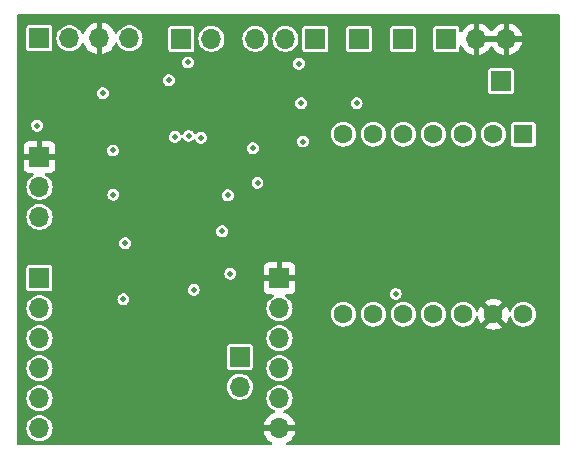
<source format=gbr>
%TF.GenerationSoftware,KiCad,Pcbnew,7.0.9*%
%TF.CreationDate,2024-04-10T12:07:57+02:00*%
%TF.ProjectId,Test_1,54657374-5f31-42e6-9b69-6361645f7063,rev?*%
%TF.SameCoordinates,Original*%
%TF.FileFunction,Copper,L2,Inr*%
%TF.FilePolarity,Positive*%
%FSLAX46Y46*%
G04 Gerber Fmt 4.6, Leading zero omitted, Abs format (unit mm)*
G04 Created by KiCad (PCBNEW 7.0.9) date 2024-04-10 12:07:57*
%MOMM*%
%LPD*%
G01*
G04 APERTURE LIST*
%TA.AperFunction,ComponentPad*%
%ADD10R,1.700000X1.700000*%
%TD*%
%TA.AperFunction,ComponentPad*%
%ADD11O,1.700000X1.700000*%
%TD*%
%TA.AperFunction,ComponentPad*%
%ADD12R,1.600000X1.600000*%
%TD*%
%TA.AperFunction,ComponentPad*%
%ADD13C,1.600000*%
%TD*%
%TA.AperFunction,ViaPad*%
%ADD14C,0.500000*%
%TD*%
G04 APERTURE END LIST*
D10*
%TO.N,Net-(J6-Pin_1)*%
%TO.C,JP1*%
X113200000Y-121200000D03*
D11*
%TO.N,GND*%
X115740000Y-121200000D03*
X118280000Y-121200000D03*
%TD*%
D10*
%TO.N,Net-(J5-Pin_1)*%
%TO.C,JP2*%
X102100000Y-121200000D03*
D11*
%TO.N,Net-(D1-A1)*%
X99560000Y-121200000D03*
%TO.N,Net-(J1-Pin_4)*%
X97020000Y-121200000D03*
%TD*%
D10*
%TO.N,Net-(J6-Pin_1)*%
%TO.C,J6*%
X109500000Y-121200000D03*
%TD*%
%TO.N,GND*%
%TO.C,JP3*%
X78740000Y-131200000D03*
D11*
%TO.N,Net-(JP3-C)*%
X78740000Y-133740000D03*
%TO.N,/3.3V*%
X78740000Y-136280000D03*
%TD*%
D10*
%TO.N,Net-(J5-Pin_1)*%
%TO.C,J5*%
X105800000Y-121200000D03*
%TD*%
%TO.N,Net-(J2-Pin_1)*%
%TO.C,J2*%
X95700000Y-148125000D03*
D11*
%TO.N,/OUT+*%
X95700000Y-150665000D03*
%TD*%
D10*
%TO.N,Net-(J3-Pin_1)*%
%TO.C,J3*%
X90760000Y-121200000D03*
D11*
%TO.N,/3.3V*%
X93300000Y-121200000D03*
%TD*%
D12*
%TO.N,Net-(Q4-E)*%
%TO.C,U2*%
X119720000Y-129280000D03*
D13*
%TO.N,Net-(U2-PA4_A1_D1)*%
X117180000Y-129280000D03*
%TO.N,unconnected-(U2-PA10_A2_D2-Pad3)*%
X114640000Y-129280000D03*
%TO.N,unconnected-(U2-PA11_A3_D3-Pad4)*%
X112100000Y-129280000D03*
%TO.N,unconnected-(U2-PA8_A4_D4_SDA-Pad5)*%
X109560000Y-129280000D03*
%TO.N,unconnected-(U2-PA9_A5_D5_SCL-Pad6)*%
X107020000Y-129280000D03*
%TO.N,unconnected-(U2-PB08_A6_D6_TX-Pad7)*%
X104480000Y-129280000D03*
%TO.N,Net-(U1-NCS)*%
X104480000Y-144520000D03*
%TO.N,Net-(U1-SCK)*%
X107020000Y-144520000D03*
%TO.N,Net-(U1-SDO)*%
X109560000Y-144520000D03*
%TO.N,Net-(U1-SDI)*%
X112100000Y-144520000D03*
%TO.N,unconnected-(U2-3V3-Pad12)*%
X114640000Y-144520000D03*
%TO.N,GND*%
X117180000Y-144520000D03*
%TO.N,/3.3V*%
X119720000Y-144520000D03*
%TD*%
D10*
%TO.N,unconnected-(J1-Pin_1-Pad1)*%
%TO.C,J1*%
X78740000Y-121158000D03*
D11*
%TO.N,unconnected-(J1-Pin_2-Pad2)*%
X81280000Y-121158000D03*
%TO.N,GND*%
X83820000Y-121158000D03*
%TO.N,Net-(J1-Pin_4)*%
X86360000Y-121158000D03*
%TD*%
D10*
%TO.N,GND*%
%TO.C,J106*%
X99060000Y-141478000D03*
D11*
%TO.N,unconnected-(J106-Pin_2-Pad2)*%
X99060000Y-144018000D03*
%TO.N,unconnected-(J106-Pin_3-Pad3)*%
X99060000Y-146558000D03*
%TO.N,unconnected-(J106-Pin_4-Pad4)*%
X99060000Y-149098000D03*
%TO.N,unconnected-(J106-Pin_5-Pad5)*%
X99060000Y-151638000D03*
%TO.N,GND*%
X99060000Y-154178000D03*
%TD*%
D10*
%TO.N,/3.3V*%
%TO.C,J4*%
X117790000Y-124790000D03*
%TD*%
%TO.N,Net-(J105-Pin_1)*%
%TO.C,J105*%
X78740000Y-141478000D03*
D11*
%TO.N,unconnected-(J105-Pin_2-Pad2)*%
X78740000Y-144018000D03*
%TO.N,unconnected-(J105-Pin_3-Pad3)*%
X78740000Y-146558000D03*
%TO.N,unconnected-(J105-Pin_4-Pad4)*%
X78740000Y-149098000D03*
%TO.N,unconnected-(J105-Pin_5-Pad5)*%
X78740000Y-151638000D03*
%TO.N,Net-(J105-Pin_6)*%
X78740000Y-154178000D03*
%TD*%
D14*
%TO.N,Net-(U1-SDO)*%
X108900000Y-142800000D03*
X85850000Y-143250000D03*
%TO.N,GND*%
X88550000Y-135700000D03*
X91300000Y-131575000D03*
X87450000Y-131575000D03*
X91850000Y-131575000D03*
X89100000Y-136325000D03*
X90750000Y-135150000D03*
X89650000Y-136325000D03*
X88000000Y-132675000D03*
X91850000Y-136325000D03*
X87450000Y-135700000D03*
X90200000Y-132100000D03*
X89650000Y-135150000D03*
X87450000Y-133200000D03*
X91300000Y-132675000D03*
X88000000Y-135700000D03*
X87450000Y-133725000D03*
X91300000Y-133725000D03*
X88000000Y-136325000D03*
X88000000Y-132100000D03*
X91300000Y-132100000D03*
X91300000Y-133200000D03*
X87450000Y-132100000D03*
X78550000Y-125850000D03*
X87450000Y-132675000D03*
X81200000Y-129300000D03*
X87450000Y-135150000D03*
X89100000Y-132675000D03*
X89100000Y-132100000D03*
X90750000Y-136325000D03*
X91850000Y-132100000D03*
X90750000Y-132675000D03*
X91300000Y-135700000D03*
X91300000Y-136325000D03*
X87450000Y-136325000D03*
X91850000Y-132675000D03*
X98700000Y-139000000D03*
X88000000Y-133725000D03*
X91850000Y-133725000D03*
X88550000Y-135150000D03*
X90750000Y-132100000D03*
X83150000Y-148900000D03*
X89650000Y-133200000D03*
X91300000Y-135150000D03*
X91850000Y-135700000D03*
X90750000Y-133200000D03*
X88550000Y-131575000D03*
X90200000Y-132675000D03*
X88550000Y-136325000D03*
X91850000Y-133200000D03*
X90200000Y-133200000D03*
X88550000Y-132675000D03*
X90750000Y-135700000D03*
X89100000Y-133725000D03*
X89100000Y-131575000D03*
X88000000Y-131575000D03*
X89650000Y-132100000D03*
X90750000Y-131575000D03*
X82900000Y-138500000D03*
X95900000Y-124200000D03*
X89100000Y-135700000D03*
X88000000Y-135150000D03*
X88550000Y-133725000D03*
X90200000Y-133725000D03*
X90200000Y-135700000D03*
X91850000Y-135150000D03*
X89650000Y-132675000D03*
X89650000Y-135700000D03*
X90200000Y-135150000D03*
X90200000Y-131575000D03*
X89650000Y-133725000D03*
X90750000Y-133725000D03*
X88000000Y-133200000D03*
X89650000Y-131575000D03*
X89100000Y-133200000D03*
X90200000Y-136325000D03*
X88550000Y-133200000D03*
X88550000Y-132100000D03*
X89100000Y-135150000D03*
%TO.N,Net-(Q3-G)*%
X101050000Y-129900000D03*
X86000000Y-138500000D03*
%TO.N,Net-(Q4-B)*%
X100900000Y-126650000D03*
X105600000Y-126650000D03*
%TO.N,Net-(U1-INT)*%
X97200000Y-133400000D03*
%TO.N,Net-(U1-SW0)*%
X90200000Y-129500000D03*
X89700000Y-124700000D03*
%TO.N,Net-(JP3-C)*%
X84950000Y-130650000D03*
X92400000Y-129575000D03*
%TO.N,Net-(J2-Pin_1)*%
X91800000Y-142450000D03*
X96800000Y-130450000D03*
%TO.N,Net-(D1-A1)*%
X85000000Y-134400000D03*
X94700000Y-134450000D03*
X100700000Y-123300000D03*
%TO.N,/OUT+*%
X94903680Y-141078680D03*
X78550000Y-128550000D03*
X84100000Y-125800000D03*
X94200000Y-137500000D03*
%TO.N,Net-(J3-Pin_1)*%
X91369975Y-129425000D03*
X91300000Y-123200000D03*
%TD*%
%TA.AperFunction,Conductor*%
%TO.N,GND*%
G36*
X117820507Y-120990156D02*
G01*
X117780000Y-121128111D01*
X117780000Y-121271889D01*
X117820507Y-121409844D01*
X117846314Y-121450000D01*
X116173686Y-121450000D01*
X116199493Y-121409844D01*
X116240000Y-121271889D01*
X116240000Y-121128111D01*
X116199493Y-120990156D01*
X116173686Y-120950000D01*
X117846314Y-120950000D01*
X117820507Y-120990156D01*
G37*
%TD.AperFunction*%
%TA.AperFunction,Conductor*%
G36*
X122732539Y-119119685D02*
G01*
X122778294Y-119172489D01*
X122789500Y-119224000D01*
X122789500Y-155475500D01*
X122769815Y-155542539D01*
X122717011Y-155588294D01*
X122665500Y-155599500D01*
X99765283Y-155599500D01*
X99698244Y-155579815D01*
X99652489Y-155527011D01*
X99642545Y-155457853D01*
X99671570Y-155394297D01*
X99712878Y-155363118D01*
X99737578Y-155351600D01*
X99931082Y-155216105D01*
X100098105Y-155049082D01*
X100233600Y-154855578D01*
X100333429Y-154641492D01*
X100333432Y-154641486D01*
X100390636Y-154428000D01*
X99493686Y-154428000D01*
X99519493Y-154387844D01*
X99560000Y-154249889D01*
X99560000Y-154106111D01*
X99519493Y-153968156D01*
X99493686Y-153928000D01*
X100390636Y-153928000D01*
X100390635Y-153927999D01*
X100333432Y-153714513D01*
X100333429Y-153714507D01*
X100233600Y-153500422D01*
X100233599Y-153500420D01*
X100098113Y-153306926D01*
X100098108Y-153306920D01*
X99931082Y-153139894D01*
X99737578Y-153004399D01*
X99523492Y-152904570D01*
X99523477Y-152904564D01*
X99484414Y-152894097D01*
X99424754Y-152857732D01*
X99394226Y-152794885D01*
X99402521Y-152725509D01*
X99447007Y-152671632D01*
X99471710Y-152658698D01*
X99552637Y-152627348D01*
X99726041Y-152519981D01*
X99876764Y-152382579D01*
X99999673Y-152219821D01*
X100090582Y-152037250D01*
X100146397Y-151841083D01*
X100165215Y-151638000D01*
X100146397Y-151434917D01*
X100090582Y-151238750D01*
X99999673Y-151056179D01*
X99876764Y-150893421D01*
X99876762Y-150893418D01*
X99726041Y-150756019D01*
X99726039Y-150756017D01*
X99552642Y-150648655D01*
X99552635Y-150648651D01*
X99457546Y-150611814D01*
X99362456Y-150574976D01*
X99161976Y-150537500D01*
X98958024Y-150537500D01*
X98757544Y-150574976D01*
X98757541Y-150574976D01*
X98757541Y-150574977D01*
X98567364Y-150648651D01*
X98567357Y-150648655D01*
X98393960Y-150756017D01*
X98393958Y-150756019D01*
X98243237Y-150893418D01*
X98120327Y-151056178D01*
X98029422Y-151238739D01*
X98029417Y-151238752D01*
X97973602Y-151434917D01*
X97954785Y-151637999D01*
X97954785Y-151638000D01*
X97973602Y-151841082D01*
X98029417Y-152037247D01*
X98029422Y-152037260D01*
X98120327Y-152219821D01*
X98243237Y-152382581D01*
X98393958Y-152519980D01*
X98393960Y-152519982D01*
X98493141Y-152581392D01*
X98567363Y-152627348D01*
X98648283Y-152658696D01*
X98703685Y-152701269D01*
X98727276Y-152767035D01*
X98711565Y-152835116D01*
X98661542Y-152883895D01*
X98635586Y-152894097D01*
X98596519Y-152904565D01*
X98596507Y-152904570D01*
X98382422Y-153004399D01*
X98382420Y-153004400D01*
X98188926Y-153139886D01*
X98188920Y-153139891D01*
X98021891Y-153306920D01*
X98021886Y-153306926D01*
X97886400Y-153500420D01*
X97886399Y-153500422D01*
X97786570Y-153714507D01*
X97786567Y-153714513D01*
X97729364Y-153927999D01*
X97729364Y-153928000D01*
X98626314Y-153928000D01*
X98600507Y-153968156D01*
X98560000Y-154106111D01*
X98560000Y-154249889D01*
X98600507Y-154387844D01*
X98626314Y-154428000D01*
X97729364Y-154428000D01*
X97786567Y-154641486D01*
X97786570Y-154641492D01*
X97886399Y-154855578D01*
X98021894Y-155049082D01*
X98188917Y-155216105D01*
X98382421Y-155351600D01*
X98407122Y-155363118D01*
X98459561Y-155409290D01*
X98478713Y-155476484D01*
X98458497Y-155543365D01*
X98405332Y-155588700D01*
X98354717Y-155599500D01*
X76934500Y-155599500D01*
X76867461Y-155579815D01*
X76821706Y-155527011D01*
X76810500Y-155475500D01*
X76810500Y-154178000D01*
X77634785Y-154178000D01*
X77653602Y-154381082D01*
X77709417Y-154577247D01*
X77709422Y-154577260D01*
X77800327Y-154759821D01*
X77923237Y-154922581D01*
X78073958Y-155059980D01*
X78073960Y-155059982D01*
X78173141Y-155121392D01*
X78247363Y-155167348D01*
X78437544Y-155241024D01*
X78638024Y-155278500D01*
X78638026Y-155278500D01*
X78841974Y-155278500D01*
X78841976Y-155278500D01*
X79042456Y-155241024D01*
X79232637Y-155167348D01*
X79406041Y-155059981D01*
X79556764Y-154922579D01*
X79679673Y-154759821D01*
X79770582Y-154577250D01*
X79826397Y-154381083D01*
X79845215Y-154178000D01*
X79826397Y-153974917D01*
X79770582Y-153778750D01*
X79679673Y-153596179D01*
X79556764Y-153433421D01*
X79556762Y-153433418D01*
X79406041Y-153296019D01*
X79406039Y-153296017D01*
X79232642Y-153188655D01*
X79232635Y-153188651D01*
X79106769Y-153139891D01*
X79042456Y-153114976D01*
X78841976Y-153077500D01*
X78638024Y-153077500D01*
X78437544Y-153114976D01*
X78437541Y-153114976D01*
X78437541Y-153114977D01*
X78247364Y-153188651D01*
X78247357Y-153188655D01*
X78073960Y-153296017D01*
X78073958Y-153296019D01*
X77923237Y-153433418D01*
X77800327Y-153596178D01*
X77709422Y-153778739D01*
X77709417Y-153778752D01*
X77653602Y-153974917D01*
X77634785Y-154177999D01*
X77634785Y-154178000D01*
X76810500Y-154178000D01*
X76810500Y-151638000D01*
X77634785Y-151638000D01*
X77653602Y-151841082D01*
X77709417Y-152037247D01*
X77709422Y-152037260D01*
X77800327Y-152219821D01*
X77923237Y-152382581D01*
X78073958Y-152519980D01*
X78073960Y-152519982D01*
X78173141Y-152581392D01*
X78247363Y-152627348D01*
X78437544Y-152701024D01*
X78638024Y-152738500D01*
X78638026Y-152738500D01*
X78841974Y-152738500D01*
X78841976Y-152738500D01*
X79042456Y-152701024D01*
X79232637Y-152627348D01*
X79406041Y-152519981D01*
X79556764Y-152382579D01*
X79679673Y-152219821D01*
X79770582Y-152037250D01*
X79826397Y-151841083D01*
X79845215Y-151638000D01*
X79826397Y-151434917D01*
X79770582Y-151238750D01*
X79679673Y-151056179D01*
X79556764Y-150893421D01*
X79556762Y-150893418D01*
X79406041Y-150756019D01*
X79406039Y-150756017D01*
X79259040Y-150665000D01*
X94594785Y-150665000D01*
X94613602Y-150868082D01*
X94669417Y-151064247D01*
X94669422Y-151064260D01*
X94760327Y-151246821D01*
X94883237Y-151409581D01*
X95033958Y-151546980D01*
X95033960Y-151546982D01*
X95133141Y-151608392D01*
X95207363Y-151654348D01*
X95397544Y-151728024D01*
X95598024Y-151765500D01*
X95598026Y-151765500D01*
X95801974Y-151765500D01*
X95801976Y-151765500D01*
X96002456Y-151728024D01*
X96192637Y-151654348D01*
X96366041Y-151546981D01*
X96516764Y-151409579D01*
X96639673Y-151246821D01*
X96730582Y-151064250D01*
X96786397Y-150868083D01*
X96805215Y-150665000D01*
X96803700Y-150648655D01*
X96786397Y-150461917D01*
X96730582Y-150265750D01*
X96639673Y-150083179D01*
X96516764Y-149920421D01*
X96516762Y-149920418D01*
X96366041Y-149783019D01*
X96366039Y-149783017D01*
X96192642Y-149675655D01*
X96192635Y-149675651D01*
X96097546Y-149638814D01*
X96002456Y-149601976D01*
X95801976Y-149564500D01*
X95598024Y-149564500D01*
X95397544Y-149601976D01*
X95397541Y-149601976D01*
X95397541Y-149601977D01*
X95207364Y-149675651D01*
X95207357Y-149675655D01*
X95033960Y-149783017D01*
X95033958Y-149783019D01*
X94883237Y-149920418D01*
X94760327Y-150083178D01*
X94669422Y-150265739D01*
X94669417Y-150265752D01*
X94613602Y-150461917D01*
X94594785Y-150664999D01*
X94594785Y-150665000D01*
X79259040Y-150665000D01*
X79232642Y-150648655D01*
X79232635Y-150648651D01*
X79137546Y-150611814D01*
X79042456Y-150574976D01*
X78841976Y-150537500D01*
X78638024Y-150537500D01*
X78437544Y-150574976D01*
X78437541Y-150574976D01*
X78437541Y-150574977D01*
X78247364Y-150648651D01*
X78247357Y-150648655D01*
X78073960Y-150756017D01*
X78073958Y-150756019D01*
X77923237Y-150893418D01*
X77800327Y-151056178D01*
X77709422Y-151238739D01*
X77709417Y-151238752D01*
X77653602Y-151434917D01*
X77634785Y-151637999D01*
X77634785Y-151638000D01*
X76810500Y-151638000D01*
X76810500Y-149098000D01*
X77634785Y-149098000D01*
X77653602Y-149301082D01*
X77709417Y-149497247D01*
X77709422Y-149497260D01*
X77800327Y-149679821D01*
X77923237Y-149842581D01*
X78073958Y-149979980D01*
X78073960Y-149979982D01*
X78173141Y-150041392D01*
X78247363Y-150087348D01*
X78437544Y-150161024D01*
X78638024Y-150198500D01*
X78638026Y-150198500D01*
X78841974Y-150198500D01*
X78841976Y-150198500D01*
X79042456Y-150161024D01*
X79232637Y-150087348D01*
X79406041Y-149979981D01*
X79556764Y-149842579D01*
X79679673Y-149679821D01*
X79770582Y-149497250D01*
X79826397Y-149301083D01*
X79845215Y-149098000D01*
X79836104Y-148999678D01*
X94599500Y-148999678D01*
X94614032Y-149072735D01*
X94614033Y-149072739D01*
X94614034Y-149072740D01*
X94669399Y-149155601D01*
X94752260Y-149210966D01*
X94752264Y-149210967D01*
X94825321Y-149225499D01*
X94825324Y-149225500D01*
X94825326Y-149225500D01*
X96574676Y-149225500D01*
X96574677Y-149225499D01*
X96647740Y-149210966D01*
X96730601Y-149155601D01*
X96769088Y-149098000D01*
X97954785Y-149098000D01*
X97973602Y-149301082D01*
X98029417Y-149497247D01*
X98029422Y-149497260D01*
X98120327Y-149679821D01*
X98243237Y-149842581D01*
X98393958Y-149979980D01*
X98393960Y-149979982D01*
X98493141Y-150041392D01*
X98567363Y-150087348D01*
X98757544Y-150161024D01*
X98958024Y-150198500D01*
X98958026Y-150198500D01*
X99161974Y-150198500D01*
X99161976Y-150198500D01*
X99362456Y-150161024D01*
X99552637Y-150087348D01*
X99726041Y-149979981D01*
X99876764Y-149842579D01*
X99999673Y-149679821D01*
X100090582Y-149497250D01*
X100146397Y-149301083D01*
X100165215Y-149098000D01*
X100146397Y-148894917D01*
X100090582Y-148698750D01*
X99999673Y-148516179D01*
X99876764Y-148353421D01*
X99876762Y-148353418D01*
X99726041Y-148216019D01*
X99726039Y-148216017D01*
X99552642Y-148108655D01*
X99552635Y-148108651D01*
X99457546Y-148071814D01*
X99362456Y-148034976D01*
X99161976Y-147997500D01*
X98958024Y-147997500D01*
X98757544Y-148034976D01*
X98757541Y-148034976D01*
X98757541Y-148034977D01*
X98567364Y-148108651D01*
X98567357Y-148108655D01*
X98393960Y-148216017D01*
X98393958Y-148216019D01*
X98243237Y-148353418D01*
X98120327Y-148516178D01*
X98029422Y-148698739D01*
X98029417Y-148698752D01*
X97973602Y-148894917D01*
X97954785Y-149097999D01*
X97954785Y-149098000D01*
X96769088Y-149098000D01*
X96785966Y-149072740D01*
X96800500Y-148999674D01*
X96800500Y-147250326D01*
X96800500Y-147250323D01*
X96800499Y-147250321D01*
X96785967Y-147177264D01*
X96785966Y-147177260D01*
X96760950Y-147139821D01*
X96730601Y-147094399D01*
X96647740Y-147039034D01*
X96647739Y-147039033D01*
X96647735Y-147039032D01*
X96574677Y-147024500D01*
X96574674Y-147024500D01*
X94825326Y-147024500D01*
X94825323Y-147024500D01*
X94752264Y-147039032D01*
X94752260Y-147039033D01*
X94669399Y-147094399D01*
X94614033Y-147177260D01*
X94614032Y-147177264D01*
X94599500Y-147250321D01*
X94599500Y-148999678D01*
X79836104Y-148999678D01*
X79826397Y-148894917D01*
X79770582Y-148698750D01*
X79679673Y-148516179D01*
X79556764Y-148353421D01*
X79556762Y-148353418D01*
X79406041Y-148216019D01*
X79406039Y-148216017D01*
X79232642Y-148108655D01*
X79232635Y-148108651D01*
X79137546Y-148071814D01*
X79042456Y-148034976D01*
X78841976Y-147997500D01*
X78638024Y-147997500D01*
X78437544Y-148034976D01*
X78437541Y-148034976D01*
X78437541Y-148034977D01*
X78247364Y-148108651D01*
X78247357Y-148108655D01*
X78073960Y-148216017D01*
X78073958Y-148216019D01*
X77923237Y-148353418D01*
X77800327Y-148516178D01*
X77709422Y-148698739D01*
X77709417Y-148698752D01*
X77653602Y-148894917D01*
X77634785Y-149097999D01*
X77634785Y-149098000D01*
X76810500Y-149098000D01*
X76810500Y-146558000D01*
X77634785Y-146558000D01*
X77653602Y-146761082D01*
X77709417Y-146957247D01*
X77709422Y-146957260D01*
X77800327Y-147139821D01*
X77923237Y-147302581D01*
X78073958Y-147439980D01*
X78073960Y-147439982D01*
X78173141Y-147501392D01*
X78247363Y-147547348D01*
X78437544Y-147621024D01*
X78638024Y-147658500D01*
X78638026Y-147658500D01*
X78841974Y-147658500D01*
X78841976Y-147658500D01*
X79042456Y-147621024D01*
X79232637Y-147547348D01*
X79406041Y-147439981D01*
X79556764Y-147302579D01*
X79679673Y-147139821D01*
X79770582Y-146957250D01*
X79826397Y-146761083D01*
X79845215Y-146558000D01*
X97954785Y-146558000D01*
X97973602Y-146761082D01*
X98029417Y-146957247D01*
X98029422Y-146957260D01*
X98120327Y-147139821D01*
X98243237Y-147302581D01*
X98393958Y-147439980D01*
X98393960Y-147439982D01*
X98493141Y-147501392D01*
X98567363Y-147547348D01*
X98757544Y-147621024D01*
X98958024Y-147658500D01*
X98958026Y-147658500D01*
X99161974Y-147658500D01*
X99161976Y-147658500D01*
X99362456Y-147621024D01*
X99552637Y-147547348D01*
X99726041Y-147439981D01*
X99876764Y-147302579D01*
X99999673Y-147139821D01*
X100090582Y-146957250D01*
X100146397Y-146761083D01*
X100165215Y-146558000D01*
X100146397Y-146354917D01*
X100090582Y-146158750D01*
X99999673Y-145976179D01*
X99940704Y-145898091D01*
X99876762Y-145813418D01*
X99726041Y-145676019D01*
X99726039Y-145676017D01*
X99552642Y-145568655D01*
X99552635Y-145568651D01*
X99457546Y-145531814D01*
X99362456Y-145494976D01*
X99161976Y-145457500D01*
X98958024Y-145457500D01*
X98757544Y-145494976D01*
X98757541Y-145494976D01*
X98757541Y-145494977D01*
X98567364Y-145568651D01*
X98567357Y-145568655D01*
X98393960Y-145676017D01*
X98393958Y-145676019D01*
X98243237Y-145813418D01*
X98120327Y-145976178D01*
X98029422Y-146158739D01*
X98029417Y-146158752D01*
X97973602Y-146354917D01*
X97954785Y-146557999D01*
X97954785Y-146558000D01*
X79845215Y-146558000D01*
X79826397Y-146354917D01*
X79770582Y-146158750D01*
X79679673Y-145976179D01*
X79620704Y-145898091D01*
X79556762Y-145813418D01*
X79406041Y-145676019D01*
X79406039Y-145676017D01*
X79232642Y-145568655D01*
X79232635Y-145568651D01*
X79137546Y-145531814D01*
X79042456Y-145494976D01*
X78841976Y-145457500D01*
X78638024Y-145457500D01*
X78437544Y-145494976D01*
X78437541Y-145494976D01*
X78437541Y-145494977D01*
X78247364Y-145568651D01*
X78247357Y-145568655D01*
X78073960Y-145676017D01*
X78073958Y-145676019D01*
X77923237Y-145813418D01*
X77800327Y-145976178D01*
X77709422Y-146158739D01*
X77709417Y-146158752D01*
X77653602Y-146354917D01*
X77634785Y-146557999D01*
X77634785Y-146558000D01*
X76810500Y-146558000D01*
X76810500Y-144018000D01*
X77634785Y-144018000D01*
X77653602Y-144221082D01*
X77709417Y-144417247D01*
X77709422Y-144417260D01*
X77800327Y-144599821D01*
X77923237Y-144762581D01*
X78073958Y-144899980D01*
X78073960Y-144899982D01*
X78112678Y-144923955D01*
X78247363Y-145007348D01*
X78437544Y-145081024D01*
X78638024Y-145118500D01*
X78638026Y-145118500D01*
X78841974Y-145118500D01*
X78841976Y-145118500D01*
X79042456Y-145081024D01*
X79232637Y-145007348D01*
X79406041Y-144899981D01*
X79556764Y-144762579D01*
X79679673Y-144599821D01*
X79770582Y-144417250D01*
X79826397Y-144221083D01*
X79845215Y-144018000D01*
X79837389Y-143933547D01*
X79826397Y-143814917D01*
X79814638Y-143773589D01*
X79770582Y-143618750D01*
X79679673Y-143436179D01*
X79577213Y-143300500D01*
X79556762Y-143273418D01*
X79531073Y-143250000D01*
X85344353Y-143250000D01*
X85364834Y-143392456D01*
X85386992Y-143440974D01*
X85424623Y-143523373D01*
X85518872Y-143632143D01*
X85639947Y-143709953D01*
X85639950Y-143709954D01*
X85639949Y-143709954D01*
X85778036Y-143750499D01*
X85778038Y-143750500D01*
X85778039Y-143750500D01*
X85921962Y-143750500D01*
X85921962Y-143750499D01*
X86060053Y-143709953D01*
X86181128Y-143632143D01*
X86275377Y-143523373D01*
X86335165Y-143392457D01*
X86355647Y-143250000D01*
X86335165Y-143107543D01*
X86275377Y-142976627D01*
X86181128Y-142867857D01*
X86060053Y-142790047D01*
X86060051Y-142790046D01*
X86060049Y-142790045D01*
X86060050Y-142790045D01*
X85921963Y-142749500D01*
X85921961Y-142749500D01*
X85778039Y-142749500D01*
X85778036Y-142749500D01*
X85639949Y-142790045D01*
X85518873Y-142867856D01*
X85424623Y-142976626D01*
X85424622Y-142976628D01*
X85364834Y-143107543D01*
X85344353Y-143250000D01*
X79531073Y-143250000D01*
X79406041Y-143136019D01*
X79406039Y-143136017D01*
X79232642Y-143028655D01*
X79232635Y-143028651D01*
X79137546Y-142991814D01*
X79042456Y-142954976D01*
X78841976Y-142917500D01*
X78638024Y-142917500D01*
X78437544Y-142954976D01*
X78437541Y-142954976D01*
X78437541Y-142954977D01*
X78247364Y-143028651D01*
X78247357Y-143028655D01*
X78073960Y-143136017D01*
X78073958Y-143136019D01*
X77923237Y-143273418D01*
X77800327Y-143436178D01*
X77709422Y-143618739D01*
X77709417Y-143618752D01*
X77653602Y-143814917D01*
X77634785Y-144017999D01*
X77634785Y-144018000D01*
X76810500Y-144018000D01*
X76810500Y-142352678D01*
X77639500Y-142352678D01*
X77654032Y-142425735D01*
X77654033Y-142425739D01*
X77654034Y-142425740D01*
X77709399Y-142508601D01*
X77792260Y-142563966D01*
X77792264Y-142563967D01*
X77865321Y-142578499D01*
X77865324Y-142578500D01*
X77865326Y-142578500D01*
X79614676Y-142578500D01*
X79614677Y-142578499D01*
X79687740Y-142563966D01*
X79770601Y-142508601D01*
X79809756Y-142450000D01*
X91294353Y-142450000D01*
X91314834Y-142592456D01*
X91344559Y-142657543D01*
X91374623Y-142723373D01*
X91468872Y-142832143D01*
X91589947Y-142909953D01*
X91589950Y-142909954D01*
X91589949Y-142909954D01*
X91728036Y-142950499D01*
X91728038Y-142950500D01*
X91728039Y-142950500D01*
X91871962Y-142950500D01*
X91871962Y-142950499D01*
X92010053Y-142909953D01*
X92131128Y-142832143D01*
X92225377Y-142723373D01*
X92285165Y-142592457D01*
X92305647Y-142450000D01*
X92294985Y-142375844D01*
X97710000Y-142375844D01*
X97716401Y-142435372D01*
X97716403Y-142435379D01*
X97766645Y-142570086D01*
X97766649Y-142570093D01*
X97852809Y-142685187D01*
X97852812Y-142685190D01*
X97967906Y-142771350D01*
X97967913Y-142771354D01*
X98102620Y-142821596D01*
X98102627Y-142821598D01*
X98162155Y-142827999D01*
X98162172Y-142828000D01*
X98455612Y-142828000D01*
X98522651Y-142847685D01*
X98568406Y-142900489D01*
X98578350Y-142969647D01*
X98549325Y-143033203D01*
X98520889Y-143057427D01*
X98393960Y-143136017D01*
X98393958Y-143136019D01*
X98243237Y-143273418D01*
X98120327Y-143436178D01*
X98029422Y-143618739D01*
X98029417Y-143618752D01*
X97973602Y-143814917D01*
X97954785Y-144017999D01*
X97954785Y-144018000D01*
X97973602Y-144221082D01*
X98029417Y-144417247D01*
X98029422Y-144417260D01*
X98120327Y-144599821D01*
X98243237Y-144762581D01*
X98393958Y-144899980D01*
X98393960Y-144899982D01*
X98432678Y-144923955D01*
X98567363Y-145007348D01*
X98757544Y-145081024D01*
X98958024Y-145118500D01*
X98958026Y-145118500D01*
X99161974Y-145118500D01*
X99161976Y-145118500D01*
X99362456Y-145081024D01*
X99552637Y-145007348D01*
X99726041Y-144899981D01*
X99876764Y-144762579D01*
X99999673Y-144599821D01*
X100039419Y-144520000D01*
X103424417Y-144520000D01*
X103444699Y-144725932D01*
X103474734Y-144824944D01*
X103504768Y-144923954D01*
X103602315Y-145106450D01*
X103602317Y-145106452D01*
X103733589Y-145266410D01*
X103830209Y-145345702D01*
X103893550Y-145397685D01*
X104076046Y-145495232D01*
X104274066Y-145555300D01*
X104274065Y-145555300D01*
X104292529Y-145557118D01*
X104480000Y-145575583D01*
X104685934Y-145555300D01*
X104883954Y-145495232D01*
X105066450Y-145397685D01*
X105226410Y-145266410D01*
X105357685Y-145106450D01*
X105455232Y-144923954D01*
X105515300Y-144725934D01*
X105535583Y-144520000D01*
X105964417Y-144520000D01*
X105984699Y-144725932D01*
X106014734Y-144824944D01*
X106044768Y-144923954D01*
X106142315Y-145106450D01*
X106142317Y-145106452D01*
X106273589Y-145266410D01*
X106370209Y-145345702D01*
X106433550Y-145397685D01*
X106616046Y-145495232D01*
X106814066Y-145555300D01*
X106814065Y-145555300D01*
X106832529Y-145557118D01*
X107020000Y-145575583D01*
X107225934Y-145555300D01*
X107423954Y-145495232D01*
X107606450Y-145397685D01*
X107766410Y-145266410D01*
X107897685Y-145106450D01*
X107995232Y-144923954D01*
X108055300Y-144725934D01*
X108075583Y-144520000D01*
X108504417Y-144520000D01*
X108524699Y-144725932D01*
X108554734Y-144824944D01*
X108584768Y-144923954D01*
X108682315Y-145106450D01*
X108682317Y-145106452D01*
X108813589Y-145266410D01*
X108910209Y-145345702D01*
X108973550Y-145397685D01*
X109156046Y-145495232D01*
X109354066Y-145555300D01*
X109354065Y-145555300D01*
X109372529Y-145557118D01*
X109560000Y-145575583D01*
X109765934Y-145555300D01*
X109963954Y-145495232D01*
X110146450Y-145397685D01*
X110306410Y-145266410D01*
X110437685Y-145106450D01*
X110535232Y-144923954D01*
X110595300Y-144725934D01*
X110615583Y-144520000D01*
X111044417Y-144520000D01*
X111064699Y-144725932D01*
X111094734Y-144824944D01*
X111124768Y-144923954D01*
X111222315Y-145106450D01*
X111222317Y-145106452D01*
X111353589Y-145266410D01*
X111450209Y-145345702D01*
X111513550Y-145397685D01*
X111696046Y-145495232D01*
X111894066Y-145555300D01*
X111894065Y-145555300D01*
X111912529Y-145557118D01*
X112100000Y-145575583D01*
X112305934Y-145555300D01*
X112503954Y-145495232D01*
X112686450Y-145397685D01*
X112846410Y-145266410D01*
X112977685Y-145106450D01*
X113075232Y-144923954D01*
X113135300Y-144725934D01*
X113155583Y-144520000D01*
X113584417Y-144520000D01*
X113604699Y-144725932D01*
X113634734Y-144824944D01*
X113664768Y-144923954D01*
X113762315Y-145106450D01*
X113762317Y-145106452D01*
X113893589Y-145266410D01*
X113990209Y-145345702D01*
X114053550Y-145397685D01*
X114236046Y-145495232D01*
X114434066Y-145555300D01*
X114434065Y-145555300D01*
X114452529Y-145557118D01*
X114640000Y-145575583D01*
X114845934Y-145555300D01*
X115043954Y-145495232D01*
X115226450Y-145397685D01*
X115386410Y-145266410D01*
X115517685Y-145106450D01*
X115615232Y-144923954D01*
X115662891Y-144766839D01*
X115701187Y-144708403D01*
X115764999Y-144679946D01*
X115834066Y-144690505D01*
X115886460Y-144736729D01*
X115901326Y-144770742D01*
X115953731Y-144966319D01*
X115953734Y-144966326D01*
X116049865Y-145172481D01*
X116049866Y-145172483D01*
X116100973Y-145245471D01*
X116100974Y-145245472D01*
X116696922Y-144649523D01*
X116720507Y-144729844D01*
X116798239Y-144850798D01*
X116906900Y-144944952D01*
X117037685Y-145004680D01*
X117047466Y-145006086D01*
X116454526Y-145599025D01*
X116454526Y-145599026D01*
X116527512Y-145650131D01*
X116527516Y-145650133D01*
X116733673Y-145746265D01*
X116733682Y-145746269D01*
X116953389Y-145805139D01*
X116953400Y-145805141D01*
X117179998Y-145824966D01*
X117180002Y-145824966D01*
X117406599Y-145805141D01*
X117406610Y-145805139D01*
X117626317Y-145746269D01*
X117626331Y-145746264D01*
X117832478Y-145650136D01*
X117905472Y-145599025D01*
X117312534Y-145006086D01*
X117322315Y-145004680D01*
X117453100Y-144944952D01*
X117561761Y-144850798D01*
X117639493Y-144729844D01*
X117663076Y-144649523D01*
X118259025Y-145245472D01*
X118310136Y-145172478D01*
X118406264Y-144966331D01*
X118406269Y-144966317D01*
X118458673Y-144770743D01*
X118495038Y-144711082D01*
X118557885Y-144680553D01*
X118627260Y-144688848D01*
X118681138Y-144733333D01*
X118697108Y-144766840D01*
X118744768Y-144923954D01*
X118842315Y-145106450D01*
X118842317Y-145106452D01*
X118973589Y-145266410D01*
X119070209Y-145345702D01*
X119133550Y-145397685D01*
X119316046Y-145495232D01*
X119514066Y-145555300D01*
X119514065Y-145555300D01*
X119532529Y-145557118D01*
X119720000Y-145575583D01*
X119925934Y-145555300D01*
X120123954Y-145495232D01*
X120306450Y-145397685D01*
X120466410Y-145266410D01*
X120597685Y-145106450D01*
X120695232Y-144923954D01*
X120755300Y-144725934D01*
X120775583Y-144520000D01*
X120755300Y-144314066D01*
X120695232Y-144116046D01*
X120597685Y-143933550D01*
X120500326Y-143814917D01*
X120466410Y-143773589D01*
X120306452Y-143642317D01*
X120306453Y-143642317D01*
X120306450Y-143642315D01*
X120123954Y-143544768D01*
X119925934Y-143484700D01*
X119925932Y-143484699D01*
X119925934Y-143484699D01*
X119720000Y-143464417D01*
X119514067Y-143484699D01*
X119316043Y-143544769D01*
X119205898Y-143603643D01*
X119133550Y-143642315D01*
X119133548Y-143642316D01*
X119133547Y-143642317D01*
X118973589Y-143773589D01*
X118842317Y-143933547D01*
X118744769Y-144116043D01*
X118697109Y-144273158D01*
X118658811Y-144331597D01*
X118594999Y-144360053D01*
X118525932Y-144349493D01*
X118473538Y-144303269D01*
X118458673Y-144269256D01*
X118406269Y-144073682D01*
X118406265Y-144073673D01*
X118310133Y-143867516D01*
X118310131Y-143867512D01*
X118259026Y-143794526D01*
X118259025Y-143794526D01*
X117663076Y-144390475D01*
X117639493Y-144310156D01*
X117561761Y-144189202D01*
X117453100Y-144095048D01*
X117322315Y-144035320D01*
X117312533Y-144033913D01*
X117905472Y-143440974D01*
X117905471Y-143440973D01*
X117832483Y-143389866D01*
X117832481Y-143389865D01*
X117626326Y-143293734D01*
X117626317Y-143293730D01*
X117406610Y-143234860D01*
X117406599Y-143234858D01*
X117180002Y-143215034D01*
X117179998Y-143215034D01*
X116953400Y-143234858D01*
X116953389Y-143234860D01*
X116733682Y-143293730D01*
X116733673Y-143293734D01*
X116527513Y-143389868D01*
X116454527Y-143440972D01*
X116454526Y-143440973D01*
X117047467Y-144033913D01*
X117037685Y-144035320D01*
X116906900Y-144095048D01*
X116798239Y-144189202D01*
X116720507Y-144310156D01*
X116696923Y-144390476D01*
X116100973Y-143794526D01*
X116100972Y-143794527D01*
X116049868Y-143867513D01*
X115953734Y-144073673D01*
X115953731Y-144073680D01*
X115901326Y-144269257D01*
X115864961Y-144328917D01*
X115802113Y-144359446D01*
X115732738Y-144351151D01*
X115678860Y-144306666D01*
X115662892Y-144273162D01*
X115615232Y-144116046D01*
X115517685Y-143933550D01*
X115420326Y-143814917D01*
X115386410Y-143773589D01*
X115226452Y-143642317D01*
X115226453Y-143642317D01*
X115226450Y-143642315D01*
X115043954Y-143544768D01*
X114845934Y-143484700D01*
X114845932Y-143484699D01*
X114845934Y-143484699D01*
X114640000Y-143464417D01*
X114434067Y-143484699D01*
X114236043Y-143544769D01*
X114125898Y-143603643D01*
X114053550Y-143642315D01*
X114053548Y-143642316D01*
X114053547Y-143642317D01*
X113893589Y-143773589D01*
X113762317Y-143933547D01*
X113664769Y-144116043D01*
X113604699Y-144314067D01*
X113584417Y-144520000D01*
X113155583Y-144520000D01*
X113135300Y-144314066D01*
X113075232Y-144116046D01*
X112977685Y-143933550D01*
X112880326Y-143814917D01*
X112846410Y-143773589D01*
X112686452Y-143642317D01*
X112686453Y-143642317D01*
X112686450Y-143642315D01*
X112503954Y-143544768D01*
X112305934Y-143484700D01*
X112305932Y-143484699D01*
X112305934Y-143484699D01*
X112100000Y-143464417D01*
X111894067Y-143484699D01*
X111696043Y-143544769D01*
X111585898Y-143603643D01*
X111513550Y-143642315D01*
X111513548Y-143642316D01*
X111513547Y-143642317D01*
X111353589Y-143773589D01*
X111222317Y-143933547D01*
X111124769Y-144116043D01*
X111064699Y-144314067D01*
X111044417Y-144520000D01*
X110615583Y-144520000D01*
X110595300Y-144314066D01*
X110535232Y-144116046D01*
X110437685Y-143933550D01*
X110340326Y-143814917D01*
X110306410Y-143773589D01*
X110146452Y-143642317D01*
X110146453Y-143642317D01*
X110146450Y-143642315D01*
X109963954Y-143544768D01*
X109765934Y-143484700D01*
X109765932Y-143484699D01*
X109765934Y-143484699D01*
X109560000Y-143464417D01*
X109354067Y-143484699D01*
X109156043Y-143544769D01*
X109045898Y-143603643D01*
X108973550Y-143642315D01*
X108973548Y-143642316D01*
X108973547Y-143642317D01*
X108813589Y-143773589D01*
X108682317Y-143933547D01*
X108584769Y-144116043D01*
X108524699Y-144314067D01*
X108504417Y-144520000D01*
X108075583Y-144520000D01*
X108055300Y-144314066D01*
X107995232Y-144116046D01*
X107897685Y-143933550D01*
X107800326Y-143814917D01*
X107766410Y-143773589D01*
X107606452Y-143642317D01*
X107606453Y-143642317D01*
X107606450Y-143642315D01*
X107423954Y-143544768D01*
X107225934Y-143484700D01*
X107225932Y-143484699D01*
X107225934Y-143484699D01*
X107020000Y-143464417D01*
X106814067Y-143484699D01*
X106616043Y-143544769D01*
X106505898Y-143603643D01*
X106433550Y-143642315D01*
X106433548Y-143642316D01*
X106433547Y-143642317D01*
X106273589Y-143773589D01*
X106142317Y-143933547D01*
X106044769Y-144116043D01*
X105984699Y-144314067D01*
X105964417Y-144520000D01*
X105535583Y-144520000D01*
X105515300Y-144314066D01*
X105455232Y-144116046D01*
X105357685Y-143933550D01*
X105260326Y-143814917D01*
X105226410Y-143773589D01*
X105066452Y-143642317D01*
X105066453Y-143642317D01*
X105066450Y-143642315D01*
X104883954Y-143544768D01*
X104685934Y-143484700D01*
X104685932Y-143484699D01*
X104685934Y-143484699D01*
X104480000Y-143464417D01*
X104274067Y-143484699D01*
X104076043Y-143544769D01*
X103965898Y-143603643D01*
X103893550Y-143642315D01*
X103893548Y-143642316D01*
X103893547Y-143642317D01*
X103733589Y-143773589D01*
X103602317Y-143933547D01*
X103504769Y-144116043D01*
X103444699Y-144314067D01*
X103424417Y-144520000D01*
X100039419Y-144520000D01*
X100090582Y-144417250D01*
X100146397Y-144221083D01*
X100165215Y-144018000D01*
X100157389Y-143933547D01*
X100146397Y-143814917D01*
X100134638Y-143773589D01*
X100090582Y-143618750D01*
X99999673Y-143436179D01*
X99897213Y-143300500D01*
X99876762Y-143273418D01*
X99726041Y-143136019D01*
X99726039Y-143136017D01*
X99599111Y-143057427D01*
X99552475Y-143005399D01*
X99541371Y-142936417D01*
X99569324Y-142872383D01*
X99627459Y-142833627D01*
X99664388Y-142828000D01*
X99957828Y-142828000D01*
X99957844Y-142827999D01*
X100017372Y-142821598D01*
X100017379Y-142821596D01*
X100075281Y-142800000D01*
X108394353Y-142800000D01*
X108414834Y-142942456D01*
X108474622Y-143073371D01*
X108474623Y-143073373D01*
X108568872Y-143182143D01*
X108689947Y-143259953D01*
X108689950Y-143259954D01*
X108689949Y-143259954D01*
X108828036Y-143300499D01*
X108828038Y-143300500D01*
X108828039Y-143300500D01*
X108971962Y-143300500D01*
X108971962Y-143300499D01*
X109110053Y-143259953D01*
X109231128Y-143182143D01*
X109325377Y-143073373D01*
X109385165Y-142942457D01*
X109405647Y-142800000D01*
X109385165Y-142657543D01*
X109325377Y-142526627D01*
X109231128Y-142417857D01*
X109110053Y-142340047D01*
X109110051Y-142340046D01*
X109110049Y-142340045D01*
X109110050Y-142340045D01*
X108971963Y-142299500D01*
X108971961Y-142299500D01*
X108828039Y-142299500D01*
X108828036Y-142299500D01*
X108689949Y-142340045D01*
X108568873Y-142417856D01*
X108474623Y-142526626D01*
X108474622Y-142526628D01*
X108414834Y-142657543D01*
X108394353Y-142800000D01*
X100075281Y-142800000D01*
X100152086Y-142771354D01*
X100152093Y-142771350D01*
X100267187Y-142685190D01*
X100267190Y-142685187D01*
X100353350Y-142570093D01*
X100353354Y-142570086D01*
X100403596Y-142435379D01*
X100403598Y-142435372D01*
X100409999Y-142375844D01*
X100410000Y-142375827D01*
X100410000Y-141728000D01*
X99493686Y-141728000D01*
X99519493Y-141687844D01*
X99560000Y-141549889D01*
X99560000Y-141406111D01*
X99519493Y-141268156D01*
X99493686Y-141228000D01*
X100410000Y-141228000D01*
X100410000Y-140580172D01*
X100409999Y-140580155D01*
X100403598Y-140520627D01*
X100403596Y-140520620D01*
X100353354Y-140385913D01*
X100353350Y-140385906D01*
X100267190Y-140270812D01*
X100267187Y-140270809D01*
X100152093Y-140184649D01*
X100152086Y-140184645D01*
X100017379Y-140134403D01*
X100017372Y-140134401D01*
X99957844Y-140128000D01*
X99310000Y-140128000D01*
X99310000Y-141042498D01*
X99202315Y-140993320D01*
X99095763Y-140978000D01*
X99024237Y-140978000D01*
X98917685Y-140993320D01*
X98810000Y-141042498D01*
X98810000Y-140128000D01*
X98162155Y-140128000D01*
X98102627Y-140134401D01*
X98102620Y-140134403D01*
X97967913Y-140184645D01*
X97967906Y-140184649D01*
X97852812Y-140270809D01*
X97852809Y-140270812D01*
X97766649Y-140385906D01*
X97766645Y-140385913D01*
X97716403Y-140520620D01*
X97716401Y-140520627D01*
X97710000Y-140580155D01*
X97710000Y-141228000D01*
X98626314Y-141228000D01*
X98600507Y-141268156D01*
X98560000Y-141406111D01*
X98560000Y-141549889D01*
X98600507Y-141687844D01*
X98626314Y-141728000D01*
X97710000Y-141728000D01*
X97710000Y-142375844D01*
X92294985Y-142375844D01*
X92285165Y-142307543D01*
X92225377Y-142176627D01*
X92131128Y-142067857D01*
X92010053Y-141990047D01*
X92010051Y-141990046D01*
X92010049Y-141990045D01*
X92010050Y-141990045D01*
X91871963Y-141949500D01*
X91871961Y-141949500D01*
X91728039Y-141949500D01*
X91728036Y-141949500D01*
X91589949Y-141990045D01*
X91468873Y-142067856D01*
X91374623Y-142176626D01*
X91374622Y-142176628D01*
X91314834Y-142307543D01*
X91294353Y-142450000D01*
X79809756Y-142450000D01*
X79825966Y-142425740D01*
X79840500Y-142352674D01*
X79840500Y-141078680D01*
X94398033Y-141078680D01*
X94418514Y-141221136D01*
X94421649Y-141228000D01*
X94478303Y-141352053D01*
X94572552Y-141460823D01*
X94693627Y-141538633D01*
X94693630Y-141538634D01*
X94693629Y-141538634D01*
X94831716Y-141579179D01*
X94831718Y-141579180D01*
X94831719Y-141579180D01*
X94975642Y-141579180D01*
X94975642Y-141579179D01*
X95113733Y-141538633D01*
X95234808Y-141460823D01*
X95329057Y-141352053D01*
X95388845Y-141221137D01*
X95409327Y-141078680D01*
X95388845Y-140936223D01*
X95329057Y-140805307D01*
X95234808Y-140696537D01*
X95113733Y-140618727D01*
X95113731Y-140618726D01*
X95113729Y-140618725D01*
X95113730Y-140618725D01*
X94975643Y-140578180D01*
X94975641Y-140578180D01*
X94831719Y-140578180D01*
X94831716Y-140578180D01*
X94693629Y-140618725D01*
X94572553Y-140696536D01*
X94478303Y-140805306D01*
X94478302Y-140805308D01*
X94418514Y-140936223D01*
X94398033Y-141078680D01*
X79840500Y-141078680D01*
X79840500Y-140603326D01*
X79840500Y-140603323D01*
X79840499Y-140603321D01*
X79825967Y-140530264D01*
X79825966Y-140530260D01*
X79770601Y-140447399D01*
X79687740Y-140392034D01*
X79687739Y-140392033D01*
X79687735Y-140392032D01*
X79614677Y-140377500D01*
X79614674Y-140377500D01*
X77865326Y-140377500D01*
X77865323Y-140377500D01*
X77792264Y-140392032D01*
X77792260Y-140392033D01*
X77709399Y-140447399D01*
X77654033Y-140530260D01*
X77654032Y-140530264D01*
X77639500Y-140603321D01*
X77639500Y-142352678D01*
X76810500Y-142352678D01*
X76810500Y-138500000D01*
X85494353Y-138500000D01*
X85514834Y-138642456D01*
X85574622Y-138773371D01*
X85574623Y-138773373D01*
X85668872Y-138882143D01*
X85789947Y-138959953D01*
X85789950Y-138959954D01*
X85789949Y-138959954D01*
X85928036Y-139000499D01*
X85928038Y-139000500D01*
X85928039Y-139000500D01*
X86071962Y-139000500D01*
X86071962Y-139000499D01*
X86210053Y-138959953D01*
X86331128Y-138882143D01*
X86425377Y-138773373D01*
X86485165Y-138642457D01*
X86505647Y-138500000D01*
X86485165Y-138357543D01*
X86425377Y-138226627D01*
X86331128Y-138117857D01*
X86210053Y-138040047D01*
X86210051Y-138040046D01*
X86210049Y-138040045D01*
X86210050Y-138040045D01*
X86071963Y-137999500D01*
X86071961Y-137999500D01*
X85928039Y-137999500D01*
X85928036Y-137999500D01*
X85789949Y-138040045D01*
X85668873Y-138117856D01*
X85574623Y-138226626D01*
X85574622Y-138226628D01*
X85514834Y-138357543D01*
X85494353Y-138500000D01*
X76810500Y-138500000D01*
X76810500Y-137500000D01*
X93694353Y-137500000D01*
X93714834Y-137642456D01*
X93774622Y-137773371D01*
X93774623Y-137773373D01*
X93868872Y-137882143D01*
X93989947Y-137959953D01*
X93989950Y-137959954D01*
X93989949Y-137959954D01*
X94097107Y-137991417D01*
X94124633Y-137999500D01*
X94128036Y-138000499D01*
X94128038Y-138000500D01*
X94128039Y-138000500D01*
X94271962Y-138000500D01*
X94271962Y-138000499D01*
X94410053Y-137959953D01*
X94531128Y-137882143D01*
X94625377Y-137773373D01*
X94685165Y-137642457D01*
X94705647Y-137500000D01*
X94685165Y-137357543D01*
X94625377Y-137226627D01*
X94531128Y-137117857D01*
X94410053Y-137040047D01*
X94410051Y-137040046D01*
X94410049Y-137040045D01*
X94410050Y-137040045D01*
X94271963Y-136999500D01*
X94271961Y-136999500D01*
X94128039Y-136999500D01*
X94128036Y-136999500D01*
X93989949Y-137040045D01*
X93868873Y-137117856D01*
X93774623Y-137226626D01*
X93774622Y-137226628D01*
X93714834Y-137357543D01*
X93694353Y-137500000D01*
X76810500Y-137500000D01*
X76810500Y-136280000D01*
X77634785Y-136280000D01*
X77653602Y-136483082D01*
X77709417Y-136679247D01*
X77709422Y-136679260D01*
X77800327Y-136861821D01*
X77923237Y-137024581D01*
X78073958Y-137161980D01*
X78073960Y-137161982D01*
X78173141Y-137223392D01*
X78247363Y-137269348D01*
X78437544Y-137343024D01*
X78638024Y-137380500D01*
X78638026Y-137380500D01*
X78841974Y-137380500D01*
X78841976Y-137380500D01*
X79042456Y-137343024D01*
X79232637Y-137269348D01*
X79406041Y-137161981D01*
X79556764Y-137024579D01*
X79679673Y-136861821D01*
X79770582Y-136679250D01*
X79826397Y-136483083D01*
X79845215Y-136280000D01*
X79826397Y-136076917D01*
X79770582Y-135880750D01*
X79679673Y-135698179D01*
X79556764Y-135535421D01*
X79556762Y-135535418D01*
X79406041Y-135398019D01*
X79406039Y-135398017D01*
X79232642Y-135290655D01*
X79232635Y-135290651D01*
X79137546Y-135253814D01*
X79042456Y-135216976D01*
X78841976Y-135179500D01*
X78638024Y-135179500D01*
X78437544Y-135216976D01*
X78437541Y-135216976D01*
X78437541Y-135216977D01*
X78247364Y-135290651D01*
X78247357Y-135290655D01*
X78073960Y-135398017D01*
X78073958Y-135398019D01*
X77923237Y-135535418D01*
X77800327Y-135698178D01*
X77709422Y-135880739D01*
X77709417Y-135880752D01*
X77653602Y-136076917D01*
X77634785Y-136279999D01*
X77634785Y-136280000D01*
X76810500Y-136280000D01*
X76810500Y-132097844D01*
X77390000Y-132097844D01*
X77396401Y-132157372D01*
X77396403Y-132157379D01*
X77446645Y-132292086D01*
X77446649Y-132292093D01*
X77532809Y-132407187D01*
X77532812Y-132407190D01*
X77647906Y-132493350D01*
X77647913Y-132493354D01*
X77782620Y-132543596D01*
X77782627Y-132543598D01*
X77842155Y-132549999D01*
X77842172Y-132550000D01*
X78135612Y-132550000D01*
X78202651Y-132569685D01*
X78248406Y-132622489D01*
X78258350Y-132691647D01*
X78229325Y-132755203D01*
X78200889Y-132779427D01*
X78073960Y-132858017D01*
X78073958Y-132858019D01*
X77923237Y-132995418D01*
X77800327Y-133158178D01*
X77709422Y-133340739D01*
X77709417Y-133340752D01*
X77653602Y-133536917D01*
X77634785Y-133739999D01*
X77634785Y-133740000D01*
X77653602Y-133943082D01*
X77709417Y-134139247D01*
X77709422Y-134139260D01*
X77800327Y-134321821D01*
X77923237Y-134484581D01*
X78073958Y-134621980D01*
X78073960Y-134621982D01*
X78156957Y-134673371D01*
X78247363Y-134729348D01*
X78437544Y-134803024D01*
X78638024Y-134840500D01*
X78638026Y-134840500D01*
X78841974Y-134840500D01*
X78841976Y-134840500D01*
X79042456Y-134803024D01*
X79232637Y-134729348D01*
X79406041Y-134621981D01*
X79556764Y-134484579D01*
X79620635Y-134400000D01*
X84494353Y-134400000D01*
X84514834Y-134542456D01*
X84537669Y-134592456D01*
X84574623Y-134673373D01*
X84668872Y-134782143D01*
X84789947Y-134859953D01*
X84789950Y-134859954D01*
X84789949Y-134859954D01*
X84928036Y-134900499D01*
X84928038Y-134900500D01*
X84928039Y-134900500D01*
X85071962Y-134900500D01*
X85071962Y-134900499D01*
X85210053Y-134859953D01*
X85331128Y-134782143D01*
X85425377Y-134673373D01*
X85485165Y-134542457D01*
X85498458Y-134450000D01*
X94194353Y-134450000D01*
X94214834Y-134592456D01*
X94274622Y-134723371D01*
X94274623Y-134723373D01*
X94368872Y-134832143D01*
X94489947Y-134909953D01*
X94489950Y-134909954D01*
X94489949Y-134909954D01*
X94628036Y-134950499D01*
X94628038Y-134950500D01*
X94628039Y-134950500D01*
X94771962Y-134950500D01*
X94771962Y-134950499D01*
X94910053Y-134909953D01*
X95031128Y-134832143D01*
X95125377Y-134723373D01*
X95185165Y-134592457D01*
X95205647Y-134450000D01*
X95185165Y-134307543D01*
X95125377Y-134176627D01*
X95031128Y-134067857D01*
X94910053Y-133990047D01*
X94910051Y-133990046D01*
X94910049Y-133990045D01*
X94910050Y-133990045D01*
X94771963Y-133949500D01*
X94771961Y-133949500D01*
X94628039Y-133949500D01*
X94628036Y-133949500D01*
X94489949Y-133990045D01*
X94368873Y-134067856D01*
X94274623Y-134176626D01*
X94274622Y-134176628D01*
X94214834Y-134307543D01*
X94194353Y-134450000D01*
X85498458Y-134450000D01*
X85505647Y-134400000D01*
X85485165Y-134257543D01*
X85425377Y-134126627D01*
X85331128Y-134017857D01*
X85210053Y-133940047D01*
X85210051Y-133940046D01*
X85210049Y-133940045D01*
X85210050Y-133940045D01*
X85071963Y-133899500D01*
X85071961Y-133899500D01*
X84928039Y-133899500D01*
X84928036Y-133899500D01*
X84789949Y-133940045D01*
X84668873Y-134017856D01*
X84574623Y-134126626D01*
X84574622Y-134126628D01*
X84514834Y-134257543D01*
X84494353Y-134400000D01*
X79620635Y-134400000D01*
X79679673Y-134321821D01*
X79770582Y-134139250D01*
X79826397Y-133943083D01*
X79845215Y-133740000D01*
X79826397Y-133536917D01*
X79787440Y-133400000D01*
X96694353Y-133400000D01*
X96714834Y-133542456D01*
X96774622Y-133673371D01*
X96774623Y-133673373D01*
X96868872Y-133782143D01*
X96989947Y-133859953D01*
X96989950Y-133859954D01*
X96989949Y-133859954D01*
X97097107Y-133891417D01*
X97124633Y-133899500D01*
X97128036Y-133900499D01*
X97128038Y-133900500D01*
X97128039Y-133900500D01*
X97271962Y-133900500D01*
X97271962Y-133900499D01*
X97410053Y-133859953D01*
X97531128Y-133782143D01*
X97625377Y-133673373D01*
X97685165Y-133542457D01*
X97705647Y-133400000D01*
X97685165Y-133257543D01*
X97625377Y-133126627D01*
X97531128Y-133017857D01*
X97410053Y-132940047D01*
X97410051Y-132940046D01*
X97410049Y-132940045D01*
X97410050Y-132940045D01*
X97271963Y-132899500D01*
X97271961Y-132899500D01*
X97128039Y-132899500D01*
X97128036Y-132899500D01*
X96989949Y-132940045D01*
X96868873Y-133017856D01*
X96774623Y-133126626D01*
X96774622Y-133126628D01*
X96714834Y-133257543D01*
X96694353Y-133400000D01*
X79787440Y-133400000D01*
X79770582Y-133340750D01*
X79679673Y-133158179D01*
X79556764Y-132995421D01*
X79556762Y-132995418D01*
X79406041Y-132858019D01*
X79406039Y-132858017D01*
X79279111Y-132779427D01*
X79232475Y-132727399D01*
X79221371Y-132658417D01*
X79249324Y-132594383D01*
X79307459Y-132555627D01*
X79344388Y-132550000D01*
X79637828Y-132550000D01*
X79637844Y-132549999D01*
X79697372Y-132543598D01*
X79697379Y-132543596D01*
X79832086Y-132493354D01*
X79832093Y-132493350D01*
X79947187Y-132407190D01*
X79947190Y-132407187D01*
X80033350Y-132292093D01*
X80033354Y-132292086D01*
X80083596Y-132157379D01*
X80083598Y-132157372D01*
X80089999Y-132097844D01*
X80090000Y-132097827D01*
X80090000Y-131450000D01*
X79173686Y-131450000D01*
X79199493Y-131409844D01*
X79240000Y-131271889D01*
X79240000Y-131128111D01*
X79199493Y-130990156D01*
X79173686Y-130950000D01*
X80090000Y-130950000D01*
X80090000Y-130650000D01*
X84444353Y-130650000D01*
X84464834Y-130792456D01*
X84518494Y-130909953D01*
X84524623Y-130923373D01*
X84618872Y-131032143D01*
X84739947Y-131109953D01*
X84739950Y-131109954D01*
X84739949Y-131109954D01*
X84878036Y-131150499D01*
X84878038Y-131150500D01*
X84878039Y-131150500D01*
X85021962Y-131150500D01*
X85021962Y-131150499D01*
X85160053Y-131109953D01*
X85281128Y-131032143D01*
X85375377Y-130923373D01*
X85435165Y-130792457D01*
X85455647Y-130650000D01*
X85435165Y-130507543D01*
X85408886Y-130450000D01*
X96294353Y-130450000D01*
X96314834Y-130592456D01*
X96341114Y-130650000D01*
X96374623Y-130723373D01*
X96468872Y-130832143D01*
X96589947Y-130909953D01*
X96589950Y-130909954D01*
X96589949Y-130909954D01*
X96697107Y-130941417D01*
X96726336Y-130950000D01*
X96728036Y-130950499D01*
X96728038Y-130950500D01*
X96728039Y-130950500D01*
X96871962Y-130950500D01*
X96871962Y-130950499D01*
X97010053Y-130909953D01*
X97131128Y-130832143D01*
X97225377Y-130723373D01*
X97285165Y-130592457D01*
X97305647Y-130450000D01*
X97285165Y-130307543D01*
X97225377Y-130176627D01*
X97131128Y-130067857D01*
X97010053Y-129990047D01*
X97010051Y-129990046D01*
X97010049Y-129990045D01*
X97010050Y-129990045D01*
X96871963Y-129949500D01*
X96871961Y-129949500D01*
X96728039Y-129949500D01*
X96728036Y-129949500D01*
X96589949Y-129990045D01*
X96468873Y-130067856D01*
X96374623Y-130176626D01*
X96374622Y-130176628D01*
X96314834Y-130307543D01*
X96294353Y-130450000D01*
X85408886Y-130450000D01*
X85375377Y-130376627D01*
X85281128Y-130267857D01*
X85160053Y-130190047D01*
X85160051Y-130190046D01*
X85160049Y-130190045D01*
X85160050Y-130190045D01*
X85021963Y-130149500D01*
X85021961Y-130149500D01*
X84878039Y-130149500D01*
X84878036Y-130149500D01*
X84739949Y-130190045D01*
X84618873Y-130267856D01*
X84524623Y-130376626D01*
X84524622Y-130376628D01*
X84464834Y-130507543D01*
X84444353Y-130650000D01*
X80090000Y-130650000D01*
X80090000Y-130302172D01*
X80089999Y-130302155D01*
X80083598Y-130242627D01*
X80083596Y-130242620D01*
X80033354Y-130107913D01*
X80033350Y-130107906D01*
X79947190Y-129992812D01*
X79947187Y-129992809D01*
X79832093Y-129906649D01*
X79832086Y-129906645D01*
X79697379Y-129856403D01*
X79697372Y-129856401D01*
X79637844Y-129850000D01*
X78990000Y-129850000D01*
X78990000Y-130764498D01*
X78882315Y-130715320D01*
X78775763Y-130700000D01*
X78704237Y-130700000D01*
X78597685Y-130715320D01*
X78490000Y-130764498D01*
X78490000Y-129850000D01*
X77842155Y-129850000D01*
X77782627Y-129856401D01*
X77782620Y-129856403D01*
X77647913Y-129906645D01*
X77647906Y-129906649D01*
X77532812Y-129992809D01*
X77532809Y-129992812D01*
X77446649Y-130107906D01*
X77446645Y-130107913D01*
X77396403Y-130242620D01*
X77396401Y-130242627D01*
X77390000Y-130302155D01*
X77390000Y-130950000D01*
X78306314Y-130950000D01*
X78280507Y-130990156D01*
X78240000Y-131128111D01*
X78240000Y-131271889D01*
X78280507Y-131409844D01*
X78306314Y-131450000D01*
X77390000Y-131450000D01*
X77390000Y-132097844D01*
X76810500Y-132097844D01*
X76810500Y-129500000D01*
X89694353Y-129500000D01*
X89714834Y-129642456D01*
X89768734Y-129760479D01*
X89774623Y-129773373D01*
X89868872Y-129882143D01*
X89989947Y-129959953D01*
X89989950Y-129959954D01*
X89989949Y-129959954D01*
X90128036Y-130000499D01*
X90128038Y-130000500D01*
X90128039Y-130000500D01*
X90271962Y-130000500D01*
X90271962Y-130000499D01*
X90410053Y-129959953D01*
X90531128Y-129882143D01*
X90625377Y-129773373D01*
X90685165Y-129642457D01*
X90685165Y-129642456D01*
X90688849Y-129634390D01*
X90691969Y-129635814D01*
X90720794Y-129590947D01*
X90784345Y-129561913D01*
X90853505Y-129571846D01*
X90906316Y-129617593D01*
X90914804Y-129633135D01*
X90944598Y-129698373D01*
X91038847Y-129807143D01*
X91159922Y-129884953D01*
X91159925Y-129884954D01*
X91159924Y-129884954D01*
X91298011Y-129925499D01*
X91298013Y-129925500D01*
X91298014Y-129925500D01*
X91441937Y-129925500D01*
X91441937Y-129925499D01*
X91580028Y-129884953D01*
X91701103Y-129807143D01*
X91741537Y-129760478D01*
X91800312Y-129722706D01*
X91870182Y-129722705D01*
X91928960Y-129760479D01*
X91948042Y-129790170D01*
X91955794Y-129807144D01*
X91974623Y-129848373D01*
X92068872Y-129957143D01*
X92189947Y-130034953D01*
X92189950Y-130034954D01*
X92189949Y-130034954D01*
X92328036Y-130075499D01*
X92328038Y-130075500D01*
X92328039Y-130075500D01*
X92471962Y-130075500D01*
X92471962Y-130075499D01*
X92610053Y-130034953D01*
X92731128Y-129957143D01*
X92780642Y-129900000D01*
X100544353Y-129900000D01*
X100564834Y-130042456D01*
X100594725Y-130107906D01*
X100624623Y-130173373D01*
X100718872Y-130282143D01*
X100839947Y-130359953D01*
X100839950Y-130359954D01*
X100839949Y-130359954D01*
X100978036Y-130400499D01*
X100978038Y-130400500D01*
X100978039Y-130400500D01*
X101121962Y-130400500D01*
X101121962Y-130400499D01*
X101260053Y-130359953D01*
X101381128Y-130282143D01*
X101475377Y-130173373D01*
X101535165Y-130042457D01*
X101555647Y-129900000D01*
X101535165Y-129757543D01*
X101475377Y-129626627D01*
X101381128Y-129517857D01*
X101260053Y-129440047D01*
X101260051Y-129440046D01*
X101260049Y-129440045D01*
X101260050Y-129440045D01*
X101121963Y-129399500D01*
X101121961Y-129399500D01*
X100978039Y-129399500D01*
X100978036Y-129399500D01*
X100839949Y-129440045D01*
X100718873Y-129517856D01*
X100624623Y-129626626D01*
X100624622Y-129626628D01*
X100564834Y-129757543D01*
X100544353Y-129900000D01*
X92780642Y-129900000D01*
X92825377Y-129848373D01*
X92885165Y-129717457D01*
X92905647Y-129575000D01*
X92885165Y-129432543D01*
X92825377Y-129301627D01*
X92806637Y-129280000D01*
X103424417Y-129280000D01*
X103444699Y-129485932D01*
X103467748Y-129561913D01*
X103504768Y-129683954D01*
X103602315Y-129866450D01*
X103602317Y-129866452D01*
X103733589Y-130026410D01*
X103828956Y-130104674D01*
X103893550Y-130157685D01*
X104076046Y-130255232D01*
X104274066Y-130315300D01*
X104274065Y-130315300D01*
X104292529Y-130317118D01*
X104480000Y-130335583D01*
X104685934Y-130315300D01*
X104883954Y-130255232D01*
X105066450Y-130157685D01*
X105226410Y-130026410D01*
X105357685Y-129866450D01*
X105455232Y-129683954D01*
X105515300Y-129485934D01*
X105535583Y-129280000D01*
X105964417Y-129280000D01*
X105984699Y-129485932D01*
X106007748Y-129561913D01*
X106044768Y-129683954D01*
X106142315Y-129866450D01*
X106142317Y-129866452D01*
X106273589Y-130026410D01*
X106368956Y-130104674D01*
X106433550Y-130157685D01*
X106616046Y-130255232D01*
X106814066Y-130315300D01*
X106814065Y-130315300D01*
X106832529Y-130317118D01*
X107020000Y-130335583D01*
X107225934Y-130315300D01*
X107423954Y-130255232D01*
X107606450Y-130157685D01*
X107766410Y-130026410D01*
X107897685Y-129866450D01*
X107995232Y-129683954D01*
X108055300Y-129485934D01*
X108075583Y-129280000D01*
X108504417Y-129280000D01*
X108524699Y-129485932D01*
X108547748Y-129561913D01*
X108584768Y-129683954D01*
X108682315Y-129866450D01*
X108682317Y-129866452D01*
X108813589Y-130026410D01*
X108908956Y-130104674D01*
X108973550Y-130157685D01*
X109156046Y-130255232D01*
X109354066Y-130315300D01*
X109354065Y-130315300D01*
X109372529Y-130317118D01*
X109560000Y-130335583D01*
X109765934Y-130315300D01*
X109963954Y-130255232D01*
X110146450Y-130157685D01*
X110306410Y-130026410D01*
X110437685Y-129866450D01*
X110535232Y-129683954D01*
X110595300Y-129485934D01*
X110615583Y-129280000D01*
X111044417Y-129280000D01*
X111064699Y-129485932D01*
X111087748Y-129561913D01*
X111124768Y-129683954D01*
X111222315Y-129866450D01*
X111222317Y-129866452D01*
X111353589Y-130026410D01*
X111448956Y-130104674D01*
X111513550Y-130157685D01*
X111696046Y-130255232D01*
X111894066Y-130315300D01*
X111894065Y-130315300D01*
X111912529Y-130317118D01*
X112100000Y-130335583D01*
X112305934Y-130315300D01*
X112503954Y-130255232D01*
X112686450Y-130157685D01*
X112846410Y-130026410D01*
X112977685Y-129866450D01*
X113075232Y-129683954D01*
X113135300Y-129485934D01*
X113155583Y-129280000D01*
X113584417Y-129280000D01*
X113604699Y-129485932D01*
X113627748Y-129561913D01*
X113664768Y-129683954D01*
X113762315Y-129866450D01*
X113762317Y-129866452D01*
X113893589Y-130026410D01*
X113988956Y-130104674D01*
X114053550Y-130157685D01*
X114236046Y-130255232D01*
X114434066Y-130315300D01*
X114434065Y-130315300D01*
X114452529Y-130317118D01*
X114640000Y-130335583D01*
X114845934Y-130315300D01*
X115043954Y-130255232D01*
X115226450Y-130157685D01*
X115386410Y-130026410D01*
X115517685Y-129866450D01*
X115615232Y-129683954D01*
X115675300Y-129485934D01*
X115695583Y-129280000D01*
X116124417Y-129280000D01*
X116144699Y-129485932D01*
X116167748Y-129561913D01*
X116204768Y-129683954D01*
X116302315Y-129866450D01*
X116302317Y-129866452D01*
X116433589Y-130026410D01*
X116528956Y-130104674D01*
X116593550Y-130157685D01*
X116776046Y-130255232D01*
X116974066Y-130315300D01*
X116974065Y-130315300D01*
X116992529Y-130317118D01*
X117180000Y-130335583D01*
X117385934Y-130315300D01*
X117583954Y-130255232D01*
X117766450Y-130157685D01*
X117831040Y-130104678D01*
X118669500Y-130104678D01*
X118684032Y-130177735D01*
X118684033Y-130177739D01*
X118684034Y-130177740D01*
X118739399Y-130260601D01*
X118809654Y-130307543D01*
X118822260Y-130315966D01*
X118822264Y-130315967D01*
X118895321Y-130330499D01*
X118895324Y-130330500D01*
X118895326Y-130330500D01*
X120544676Y-130330500D01*
X120544677Y-130330499D01*
X120617740Y-130315966D01*
X120700601Y-130260601D01*
X120755966Y-130177740D01*
X120770500Y-130104674D01*
X120770500Y-128455326D01*
X120770500Y-128455323D01*
X120770499Y-128455321D01*
X120755967Y-128382264D01*
X120755966Y-128382260D01*
X120700601Y-128299399D01*
X120618737Y-128244700D01*
X120617739Y-128244033D01*
X120617735Y-128244032D01*
X120544677Y-128229500D01*
X120544674Y-128229500D01*
X118895326Y-128229500D01*
X118895323Y-128229500D01*
X118822264Y-128244032D01*
X118822260Y-128244033D01*
X118739399Y-128299399D01*
X118684033Y-128382260D01*
X118684032Y-128382264D01*
X118669500Y-128455321D01*
X118669500Y-130104678D01*
X117831040Y-130104678D01*
X117926410Y-130026410D01*
X118057685Y-129866450D01*
X118155232Y-129683954D01*
X118215300Y-129485934D01*
X118235583Y-129280000D01*
X118215300Y-129074066D01*
X118155232Y-128876046D01*
X118057685Y-128693550D01*
X118005702Y-128630209D01*
X117926410Y-128533589D01*
X117766452Y-128402317D01*
X117766453Y-128402317D01*
X117766450Y-128402315D01*
X117583954Y-128304768D01*
X117385934Y-128244700D01*
X117385932Y-128244699D01*
X117385934Y-128244699D01*
X117180000Y-128224417D01*
X116974067Y-128244699D01*
X116776043Y-128304769D01*
X116665898Y-128363643D01*
X116593550Y-128402315D01*
X116593548Y-128402316D01*
X116593547Y-128402317D01*
X116433589Y-128533589D01*
X116302317Y-128693547D01*
X116204769Y-128876043D01*
X116144699Y-129074067D01*
X116124417Y-129280000D01*
X115695583Y-129280000D01*
X115675300Y-129074066D01*
X115615232Y-128876046D01*
X115517685Y-128693550D01*
X115465702Y-128630209D01*
X115386410Y-128533589D01*
X115226452Y-128402317D01*
X115226453Y-128402317D01*
X115226450Y-128402315D01*
X115043954Y-128304768D01*
X114845934Y-128244700D01*
X114845932Y-128244699D01*
X114845934Y-128244699D01*
X114640000Y-128224417D01*
X114434067Y-128244699D01*
X114236043Y-128304769D01*
X114125898Y-128363643D01*
X114053550Y-128402315D01*
X114053548Y-128402316D01*
X114053547Y-128402317D01*
X113893589Y-128533589D01*
X113762317Y-128693547D01*
X113664769Y-128876043D01*
X113604699Y-129074067D01*
X113584417Y-129280000D01*
X113155583Y-129280000D01*
X113135300Y-129074066D01*
X113075232Y-128876046D01*
X112977685Y-128693550D01*
X112925702Y-128630209D01*
X112846410Y-128533589D01*
X112686452Y-128402317D01*
X112686453Y-128402317D01*
X112686450Y-128402315D01*
X112503954Y-128304768D01*
X112305934Y-128244700D01*
X112305932Y-128244699D01*
X112305934Y-128244699D01*
X112100000Y-128224417D01*
X111894067Y-128244699D01*
X111696043Y-128304769D01*
X111585898Y-128363643D01*
X111513550Y-128402315D01*
X111513548Y-128402316D01*
X111513547Y-128402317D01*
X111353589Y-128533589D01*
X111222317Y-128693547D01*
X111124769Y-128876043D01*
X111064699Y-129074067D01*
X111044417Y-129280000D01*
X110615583Y-129280000D01*
X110595300Y-129074066D01*
X110535232Y-128876046D01*
X110437685Y-128693550D01*
X110385702Y-128630209D01*
X110306410Y-128533589D01*
X110146452Y-128402317D01*
X110146453Y-128402317D01*
X110146450Y-128402315D01*
X109963954Y-128304768D01*
X109765934Y-128244700D01*
X109765932Y-128244699D01*
X109765934Y-128244699D01*
X109560000Y-128224417D01*
X109354067Y-128244699D01*
X109156043Y-128304769D01*
X109045898Y-128363643D01*
X108973550Y-128402315D01*
X108973548Y-128402316D01*
X108973547Y-128402317D01*
X108813589Y-128533589D01*
X108682317Y-128693547D01*
X108584769Y-128876043D01*
X108524699Y-129074067D01*
X108504417Y-129280000D01*
X108075583Y-129280000D01*
X108055300Y-129074066D01*
X107995232Y-128876046D01*
X107897685Y-128693550D01*
X107845702Y-128630209D01*
X107766410Y-128533589D01*
X107606452Y-128402317D01*
X107606453Y-128402317D01*
X107606450Y-128402315D01*
X107423954Y-128304768D01*
X107225934Y-128244700D01*
X107225932Y-128244699D01*
X107225934Y-128244699D01*
X107020000Y-128224417D01*
X106814067Y-128244699D01*
X106616043Y-128304769D01*
X106505898Y-128363643D01*
X106433550Y-128402315D01*
X106433548Y-128402316D01*
X106433547Y-128402317D01*
X106273589Y-128533589D01*
X106142317Y-128693547D01*
X106044769Y-128876043D01*
X105984699Y-129074067D01*
X105964417Y-129280000D01*
X105535583Y-129280000D01*
X105515300Y-129074066D01*
X105455232Y-128876046D01*
X105357685Y-128693550D01*
X105305702Y-128630209D01*
X105226410Y-128533589D01*
X105066452Y-128402317D01*
X105066453Y-128402317D01*
X105066450Y-128402315D01*
X104883954Y-128304768D01*
X104685934Y-128244700D01*
X104685932Y-128244699D01*
X104685934Y-128244699D01*
X104480000Y-128224417D01*
X104274067Y-128244699D01*
X104076043Y-128304769D01*
X103965898Y-128363643D01*
X103893550Y-128402315D01*
X103893548Y-128402316D01*
X103893547Y-128402317D01*
X103733589Y-128533589D01*
X103602317Y-128693547D01*
X103504769Y-128876043D01*
X103444699Y-129074067D01*
X103424417Y-129280000D01*
X92806637Y-129280000D01*
X92731128Y-129192857D01*
X92610053Y-129115047D01*
X92610051Y-129115046D01*
X92610049Y-129115045D01*
X92610050Y-129115045D01*
X92471963Y-129074500D01*
X92471961Y-129074500D01*
X92328039Y-129074500D01*
X92328036Y-129074500D01*
X92189949Y-129115045D01*
X92068872Y-129192856D01*
X92028438Y-129239520D01*
X91969660Y-129277293D01*
X91899790Y-129277293D01*
X91841012Y-129239518D01*
X91821932Y-129209828D01*
X91795352Y-129151628D01*
X91795351Y-129151626D01*
X91763655Y-129115047D01*
X91701103Y-129042857D01*
X91580028Y-128965047D01*
X91580026Y-128965046D01*
X91580024Y-128965045D01*
X91580025Y-128965045D01*
X91441938Y-128924500D01*
X91441936Y-128924500D01*
X91298014Y-128924500D01*
X91298011Y-128924500D01*
X91159924Y-128965045D01*
X91038848Y-129042856D01*
X90944598Y-129151626D01*
X90944597Y-129151628D01*
X90881126Y-129290610D01*
X90878020Y-129289191D01*
X90849091Y-129334129D01*
X90785512Y-129363103D01*
X90716362Y-129353104D01*
X90663594Y-129307307D01*
X90655175Y-129291875D01*
X90625377Y-129226627D01*
X90531128Y-129117857D01*
X90410053Y-129040047D01*
X90410051Y-129040046D01*
X90410049Y-129040045D01*
X90410050Y-129040045D01*
X90271963Y-128999500D01*
X90271961Y-128999500D01*
X90128039Y-128999500D01*
X90128036Y-128999500D01*
X89989949Y-129040045D01*
X89868873Y-129117856D01*
X89774623Y-129226626D01*
X89774622Y-129226628D01*
X89714834Y-129357543D01*
X89694353Y-129500000D01*
X76810500Y-129500000D01*
X76810500Y-128550000D01*
X78044353Y-128550000D01*
X78064834Y-128692456D01*
X78065334Y-128693550D01*
X78124623Y-128823373D01*
X78218872Y-128932143D01*
X78339947Y-129009953D01*
X78339950Y-129009954D01*
X78339949Y-129009954D01*
X78478036Y-129050499D01*
X78478038Y-129050500D01*
X78478039Y-129050500D01*
X78621962Y-129050500D01*
X78621962Y-129050499D01*
X78760053Y-129009953D01*
X78881128Y-128932143D01*
X78975377Y-128823373D01*
X79035165Y-128692457D01*
X79055647Y-128550000D01*
X79035165Y-128407543D01*
X78975377Y-128276627D01*
X78881128Y-128167857D01*
X78760053Y-128090047D01*
X78760051Y-128090046D01*
X78760049Y-128090045D01*
X78760050Y-128090045D01*
X78621963Y-128049500D01*
X78621961Y-128049500D01*
X78478039Y-128049500D01*
X78478036Y-128049500D01*
X78339949Y-128090045D01*
X78218873Y-128167856D01*
X78124623Y-128276626D01*
X78124622Y-128276628D01*
X78064834Y-128407543D01*
X78044353Y-128550000D01*
X76810500Y-128550000D01*
X76810500Y-126650000D01*
X100394353Y-126650000D01*
X100414834Y-126792456D01*
X100474622Y-126923371D01*
X100474623Y-126923373D01*
X100568872Y-127032143D01*
X100689947Y-127109953D01*
X100689950Y-127109954D01*
X100689949Y-127109954D01*
X100828036Y-127150499D01*
X100828038Y-127150500D01*
X100828039Y-127150500D01*
X100971962Y-127150500D01*
X100971962Y-127150499D01*
X101110053Y-127109953D01*
X101231128Y-127032143D01*
X101325377Y-126923373D01*
X101385165Y-126792457D01*
X101405647Y-126650000D01*
X105094353Y-126650000D01*
X105114834Y-126792456D01*
X105174622Y-126923371D01*
X105174623Y-126923373D01*
X105268872Y-127032143D01*
X105389947Y-127109953D01*
X105389950Y-127109954D01*
X105389949Y-127109954D01*
X105528036Y-127150499D01*
X105528038Y-127150500D01*
X105528039Y-127150500D01*
X105671962Y-127150500D01*
X105671962Y-127150499D01*
X105810053Y-127109953D01*
X105931128Y-127032143D01*
X106025377Y-126923373D01*
X106085165Y-126792457D01*
X106105647Y-126650000D01*
X106085165Y-126507543D01*
X106025377Y-126376627D01*
X105931128Y-126267857D01*
X105810053Y-126190047D01*
X105810051Y-126190046D01*
X105810049Y-126190045D01*
X105810050Y-126190045D01*
X105671963Y-126149500D01*
X105671961Y-126149500D01*
X105528039Y-126149500D01*
X105528036Y-126149500D01*
X105389949Y-126190045D01*
X105268873Y-126267856D01*
X105174623Y-126376626D01*
X105174622Y-126376628D01*
X105114834Y-126507543D01*
X105094353Y-126650000D01*
X101405647Y-126650000D01*
X101385165Y-126507543D01*
X101325377Y-126376627D01*
X101231128Y-126267857D01*
X101110053Y-126190047D01*
X101110051Y-126190046D01*
X101110049Y-126190045D01*
X101110050Y-126190045D01*
X100971963Y-126149500D01*
X100971961Y-126149500D01*
X100828039Y-126149500D01*
X100828036Y-126149500D01*
X100689949Y-126190045D01*
X100568873Y-126267856D01*
X100474623Y-126376626D01*
X100474622Y-126376628D01*
X100414834Y-126507543D01*
X100394353Y-126650000D01*
X76810500Y-126650000D01*
X76810500Y-125800000D01*
X83594353Y-125800000D01*
X83614834Y-125942456D01*
X83674622Y-126073371D01*
X83674623Y-126073373D01*
X83768872Y-126182143D01*
X83889947Y-126259953D01*
X83889950Y-126259954D01*
X83889949Y-126259954D01*
X84028036Y-126300499D01*
X84028038Y-126300500D01*
X84028039Y-126300500D01*
X84171962Y-126300500D01*
X84171962Y-126300499D01*
X84310053Y-126259953D01*
X84431128Y-126182143D01*
X84525377Y-126073373D01*
X84585165Y-125942457D01*
X84605647Y-125800000D01*
X84586191Y-125664678D01*
X116689500Y-125664678D01*
X116704032Y-125737735D01*
X116704033Y-125737739D01*
X116704034Y-125737740D01*
X116759399Y-125820601D01*
X116842260Y-125875966D01*
X116842264Y-125875967D01*
X116915321Y-125890499D01*
X116915324Y-125890500D01*
X116915326Y-125890500D01*
X118664676Y-125890500D01*
X118664677Y-125890499D01*
X118737740Y-125875966D01*
X118820601Y-125820601D01*
X118875966Y-125737740D01*
X118890500Y-125664674D01*
X118890500Y-123915326D01*
X118890500Y-123915323D01*
X118890499Y-123915321D01*
X118875967Y-123842264D01*
X118875966Y-123842260D01*
X118848063Y-123800500D01*
X118820601Y-123759399D01*
X118737740Y-123704034D01*
X118737739Y-123704033D01*
X118737735Y-123704032D01*
X118664677Y-123689500D01*
X118664674Y-123689500D01*
X116915326Y-123689500D01*
X116915323Y-123689500D01*
X116842264Y-123704032D01*
X116842260Y-123704033D01*
X116759399Y-123759399D01*
X116704033Y-123842260D01*
X116704032Y-123842264D01*
X116689500Y-123915321D01*
X116689500Y-125664678D01*
X84586191Y-125664678D01*
X84585165Y-125657543D01*
X84525377Y-125526627D01*
X84431128Y-125417857D01*
X84310053Y-125340047D01*
X84310051Y-125340046D01*
X84310049Y-125340045D01*
X84310050Y-125340045D01*
X84171963Y-125299500D01*
X84171961Y-125299500D01*
X84028039Y-125299500D01*
X84028036Y-125299500D01*
X83889949Y-125340045D01*
X83768873Y-125417856D01*
X83674623Y-125526626D01*
X83674622Y-125526628D01*
X83614834Y-125657543D01*
X83594353Y-125800000D01*
X76810500Y-125800000D01*
X76810500Y-124700000D01*
X89194353Y-124700000D01*
X89214834Y-124842456D01*
X89274622Y-124973371D01*
X89274623Y-124973373D01*
X89368872Y-125082143D01*
X89489947Y-125159953D01*
X89489950Y-125159954D01*
X89489949Y-125159954D01*
X89628036Y-125200499D01*
X89628038Y-125200500D01*
X89628039Y-125200500D01*
X89771962Y-125200500D01*
X89771962Y-125200499D01*
X89910053Y-125159953D01*
X90031128Y-125082143D01*
X90125377Y-124973373D01*
X90185165Y-124842457D01*
X90205647Y-124700000D01*
X90185165Y-124557543D01*
X90125377Y-124426627D01*
X90031128Y-124317857D01*
X89910053Y-124240047D01*
X89910051Y-124240046D01*
X89910049Y-124240045D01*
X89910050Y-124240045D01*
X89771963Y-124199500D01*
X89771961Y-124199500D01*
X89628039Y-124199500D01*
X89628036Y-124199500D01*
X89489949Y-124240045D01*
X89368873Y-124317856D01*
X89274623Y-124426626D01*
X89274622Y-124426628D01*
X89214834Y-124557543D01*
X89194353Y-124700000D01*
X76810500Y-124700000D01*
X76810500Y-123200000D01*
X90794353Y-123200000D01*
X90814834Y-123342456D01*
X90860504Y-123442457D01*
X90874623Y-123473373D01*
X90968872Y-123582143D01*
X91089947Y-123659953D01*
X91089950Y-123659954D01*
X91089949Y-123659954D01*
X91228036Y-123700499D01*
X91228038Y-123700500D01*
X91228039Y-123700500D01*
X91371962Y-123700500D01*
X91371962Y-123700499D01*
X91510053Y-123659953D01*
X91631128Y-123582143D01*
X91725377Y-123473373D01*
X91785165Y-123342457D01*
X91791269Y-123300000D01*
X100194353Y-123300000D01*
X100214834Y-123442456D01*
X100228953Y-123473371D01*
X100274623Y-123573373D01*
X100368872Y-123682143D01*
X100489947Y-123759953D01*
X100489950Y-123759954D01*
X100489949Y-123759954D01*
X100628036Y-123800499D01*
X100628038Y-123800500D01*
X100628039Y-123800500D01*
X100771962Y-123800500D01*
X100771962Y-123800499D01*
X100910053Y-123759953D01*
X101031128Y-123682143D01*
X101125377Y-123573373D01*
X101185165Y-123442457D01*
X101205647Y-123300000D01*
X101185165Y-123157543D01*
X101125377Y-123026627D01*
X101031128Y-122917857D01*
X100910053Y-122840047D01*
X100910051Y-122840046D01*
X100910049Y-122840045D01*
X100910050Y-122840045D01*
X100771963Y-122799500D01*
X100771961Y-122799500D01*
X100628039Y-122799500D01*
X100628036Y-122799500D01*
X100489949Y-122840045D01*
X100368873Y-122917856D01*
X100274623Y-123026626D01*
X100274622Y-123026628D01*
X100214834Y-123157543D01*
X100194353Y-123300000D01*
X91791269Y-123300000D01*
X91805647Y-123200000D01*
X91785165Y-123057543D01*
X91725377Y-122926627D01*
X91631128Y-122817857D01*
X91510053Y-122740047D01*
X91510051Y-122740046D01*
X91510049Y-122740045D01*
X91510050Y-122740045D01*
X91371963Y-122699500D01*
X91371961Y-122699500D01*
X91228039Y-122699500D01*
X91228036Y-122699500D01*
X91089949Y-122740045D01*
X90968873Y-122817856D01*
X90874623Y-122926626D01*
X90874622Y-122926628D01*
X90814834Y-123057543D01*
X90794353Y-123200000D01*
X76810500Y-123200000D01*
X76810500Y-122032678D01*
X77639500Y-122032678D01*
X77654032Y-122105735D01*
X77654033Y-122105739D01*
X77654034Y-122105740D01*
X77709399Y-122188601D01*
X77772256Y-122230600D01*
X77792260Y-122243966D01*
X77792264Y-122243967D01*
X77865321Y-122258499D01*
X77865324Y-122258500D01*
X77865326Y-122258500D01*
X79614676Y-122258500D01*
X79614677Y-122258499D01*
X79687740Y-122243966D01*
X79770601Y-122188601D01*
X79825966Y-122105740D01*
X79840500Y-122032674D01*
X79840500Y-121158000D01*
X80174785Y-121158000D01*
X80193602Y-121361082D01*
X80249417Y-121557247D01*
X80249422Y-121557260D01*
X80340327Y-121739821D01*
X80463237Y-121902581D01*
X80613958Y-122039980D01*
X80613960Y-122039982D01*
X80681790Y-122081980D01*
X80787363Y-122147348D01*
X80977544Y-122221024D01*
X81178024Y-122258500D01*
X81178026Y-122258500D01*
X81381974Y-122258500D01*
X81381976Y-122258500D01*
X81582456Y-122221024D01*
X81772637Y-122147348D01*
X81946041Y-122039981D01*
X82096764Y-121902579D01*
X82219673Y-121739821D01*
X82289670Y-121599247D01*
X82306817Y-121564812D01*
X82354319Y-121513575D01*
X82421982Y-121496153D01*
X82488323Y-121518078D01*
X82532278Y-121572389D01*
X82537592Y-121587989D01*
X82546567Y-121621485D01*
X82546570Y-121621492D01*
X82646399Y-121835578D01*
X82781894Y-122029082D01*
X82948917Y-122196105D01*
X83142421Y-122331600D01*
X83356507Y-122431429D01*
X83356516Y-122431433D01*
X83570000Y-122488634D01*
X83570000Y-121593501D01*
X83677685Y-121642680D01*
X83784237Y-121658000D01*
X83855763Y-121658000D01*
X83962315Y-121642680D01*
X84070000Y-121593501D01*
X84070000Y-122488633D01*
X84283483Y-122431433D01*
X84283492Y-122431429D01*
X84497578Y-122331600D01*
X84691082Y-122196105D01*
X84858105Y-122029082D01*
X84993600Y-121835578D01*
X85093429Y-121621492D01*
X85093431Y-121621489D01*
X85102406Y-121587992D01*
X85138770Y-121528331D01*
X85201616Y-121497800D01*
X85270992Y-121506094D01*
X85324871Y-121550578D01*
X85333182Y-121564811D01*
X85420327Y-121739821D01*
X85543237Y-121902581D01*
X85693958Y-122039980D01*
X85693960Y-122039982D01*
X85761790Y-122081980D01*
X85867363Y-122147348D01*
X86057544Y-122221024D01*
X86258024Y-122258500D01*
X86258026Y-122258500D01*
X86461974Y-122258500D01*
X86461976Y-122258500D01*
X86662456Y-122221024D01*
X86852637Y-122147348D01*
X86970003Y-122074678D01*
X89659500Y-122074678D01*
X89674032Y-122147735D01*
X89674033Y-122147739D01*
X89674034Y-122147740D01*
X89729399Y-122230601D01*
X89812260Y-122285966D01*
X89812264Y-122285967D01*
X89885321Y-122300499D01*
X89885324Y-122300500D01*
X89885326Y-122300500D01*
X91634676Y-122300500D01*
X91634677Y-122300499D01*
X91707740Y-122285966D01*
X91790601Y-122230601D01*
X91845966Y-122147740D01*
X91860500Y-122074674D01*
X91860500Y-121200000D01*
X92194785Y-121200000D01*
X92213602Y-121403082D01*
X92269417Y-121599247D01*
X92269422Y-121599260D01*
X92360327Y-121781821D01*
X92483237Y-121944581D01*
X92633958Y-122081980D01*
X92633960Y-122081982D01*
X92672331Y-122105740D01*
X92807363Y-122189348D01*
X92997544Y-122263024D01*
X93198024Y-122300500D01*
X93198026Y-122300500D01*
X93401974Y-122300500D01*
X93401976Y-122300500D01*
X93602456Y-122263024D01*
X93792637Y-122189348D01*
X93966041Y-122081981D01*
X94116764Y-121944579D01*
X94239673Y-121781821D01*
X94330582Y-121599250D01*
X94386397Y-121403083D01*
X94405215Y-121200000D01*
X95914785Y-121200000D01*
X95933602Y-121403082D01*
X95989417Y-121599247D01*
X95989422Y-121599260D01*
X96080327Y-121781821D01*
X96203237Y-121944581D01*
X96353958Y-122081980D01*
X96353960Y-122081982D01*
X96392331Y-122105740D01*
X96527363Y-122189348D01*
X96717544Y-122263024D01*
X96918024Y-122300500D01*
X96918026Y-122300500D01*
X97121974Y-122300500D01*
X97121976Y-122300500D01*
X97322456Y-122263024D01*
X97512637Y-122189348D01*
X97686041Y-122081981D01*
X97836764Y-121944579D01*
X97959673Y-121781821D01*
X98050582Y-121599250D01*
X98106397Y-121403083D01*
X98125215Y-121200000D01*
X98454785Y-121200000D01*
X98473602Y-121403082D01*
X98529417Y-121599247D01*
X98529422Y-121599260D01*
X98620327Y-121781821D01*
X98743237Y-121944581D01*
X98893958Y-122081980D01*
X98893960Y-122081982D01*
X98932331Y-122105740D01*
X99067363Y-122189348D01*
X99257544Y-122263024D01*
X99458024Y-122300500D01*
X99458026Y-122300500D01*
X99661974Y-122300500D01*
X99661976Y-122300500D01*
X99862456Y-122263024D01*
X100052637Y-122189348D01*
X100226041Y-122081981D01*
X100234052Y-122074678D01*
X100999500Y-122074678D01*
X101014032Y-122147735D01*
X101014033Y-122147739D01*
X101014034Y-122147740D01*
X101069399Y-122230601D01*
X101152260Y-122285966D01*
X101152264Y-122285967D01*
X101225321Y-122300499D01*
X101225324Y-122300500D01*
X101225326Y-122300500D01*
X102974676Y-122300500D01*
X102974677Y-122300499D01*
X103047740Y-122285966D01*
X103130601Y-122230601D01*
X103185966Y-122147740D01*
X103200499Y-122074678D01*
X104699500Y-122074678D01*
X104714032Y-122147735D01*
X104714033Y-122147739D01*
X104714034Y-122147740D01*
X104769399Y-122230601D01*
X104852260Y-122285966D01*
X104852264Y-122285967D01*
X104925321Y-122300499D01*
X104925324Y-122300500D01*
X104925326Y-122300500D01*
X106674676Y-122300500D01*
X106674677Y-122300499D01*
X106747740Y-122285966D01*
X106830601Y-122230601D01*
X106885966Y-122147740D01*
X106900499Y-122074678D01*
X108399500Y-122074678D01*
X108414032Y-122147735D01*
X108414033Y-122147739D01*
X108414034Y-122147740D01*
X108469399Y-122230601D01*
X108552260Y-122285966D01*
X108552264Y-122285967D01*
X108625321Y-122300499D01*
X108625324Y-122300500D01*
X108625326Y-122300500D01*
X110374676Y-122300500D01*
X110374677Y-122300499D01*
X110447740Y-122285966D01*
X110530601Y-122230601D01*
X110585966Y-122147740D01*
X110600499Y-122074678D01*
X112099500Y-122074678D01*
X112114032Y-122147735D01*
X112114033Y-122147739D01*
X112114034Y-122147740D01*
X112169399Y-122230601D01*
X112252260Y-122285966D01*
X112252264Y-122285967D01*
X112325321Y-122300499D01*
X112325324Y-122300500D01*
X112325326Y-122300500D01*
X114074676Y-122300500D01*
X114074677Y-122300499D01*
X114147740Y-122285966D01*
X114230601Y-122230601D01*
X114285966Y-122147740D01*
X114300500Y-122074674D01*
X114300500Y-121866681D01*
X114320185Y-121799642D01*
X114372989Y-121753887D01*
X114442147Y-121743943D01*
X114505703Y-121772968D01*
X114536882Y-121814277D01*
X114566398Y-121877575D01*
X114566399Y-121877577D01*
X114701894Y-122071082D01*
X114868917Y-122238105D01*
X115062421Y-122373600D01*
X115276507Y-122473429D01*
X115276516Y-122473433D01*
X115490000Y-122530634D01*
X115490000Y-121635501D01*
X115597685Y-121684680D01*
X115704237Y-121700000D01*
X115775763Y-121700000D01*
X115882315Y-121684680D01*
X115990000Y-121635501D01*
X115990000Y-122530633D01*
X116203483Y-122473433D01*
X116203492Y-122473429D01*
X116417578Y-122373600D01*
X116611082Y-122238105D01*
X116778105Y-122071082D01*
X116908425Y-121884968D01*
X116963002Y-121841344D01*
X117032501Y-121834151D01*
X117094855Y-121865673D01*
X117111575Y-121884968D01*
X117241894Y-122071082D01*
X117408917Y-122238105D01*
X117602421Y-122373600D01*
X117816507Y-122473429D01*
X117816516Y-122473433D01*
X118030000Y-122530634D01*
X118030000Y-121635501D01*
X118137685Y-121684680D01*
X118244237Y-121700000D01*
X118315763Y-121700000D01*
X118422315Y-121684680D01*
X118530000Y-121635501D01*
X118530000Y-122530633D01*
X118743483Y-122473433D01*
X118743492Y-122473429D01*
X118957578Y-122373600D01*
X119151082Y-122238105D01*
X119318105Y-122071082D01*
X119453600Y-121877578D01*
X119553429Y-121663492D01*
X119553432Y-121663486D01*
X119610636Y-121450000D01*
X118713686Y-121450000D01*
X118739493Y-121409844D01*
X118780000Y-121271889D01*
X118780000Y-121128111D01*
X118739493Y-120990156D01*
X118713686Y-120950000D01*
X119610636Y-120950000D01*
X119610635Y-120949999D01*
X119553432Y-120736513D01*
X119553429Y-120736507D01*
X119453600Y-120522422D01*
X119453599Y-120522420D01*
X119318113Y-120328926D01*
X119318108Y-120328920D01*
X119151082Y-120161894D01*
X118957578Y-120026399D01*
X118743492Y-119926570D01*
X118743486Y-119926567D01*
X118530000Y-119869364D01*
X118530000Y-120764498D01*
X118422315Y-120715320D01*
X118315763Y-120700000D01*
X118244237Y-120700000D01*
X118137685Y-120715320D01*
X118030000Y-120764498D01*
X118030000Y-119869364D01*
X118029999Y-119869364D01*
X117816513Y-119926567D01*
X117816507Y-119926570D01*
X117602422Y-120026399D01*
X117602420Y-120026400D01*
X117408926Y-120161886D01*
X117408920Y-120161891D01*
X117241891Y-120328920D01*
X117241890Y-120328922D01*
X117111575Y-120515031D01*
X117056998Y-120558655D01*
X116987499Y-120565848D01*
X116925145Y-120534326D01*
X116908425Y-120515031D01*
X116778109Y-120328922D01*
X116778108Y-120328920D01*
X116611082Y-120161894D01*
X116417578Y-120026399D01*
X116203492Y-119926570D01*
X116203486Y-119926567D01*
X115990000Y-119869364D01*
X115990000Y-120764498D01*
X115882315Y-120715320D01*
X115775763Y-120700000D01*
X115704237Y-120700000D01*
X115597685Y-120715320D01*
X115490000Y-120764498D01*
X115490000Y-119869364D01*
X115489999Y-119869364D01*
X115276513Y-119926567D01*
X115276507Y-119926570D01*
X115062422Y-120026399D01*
X115062420Y-120026400D01*
X114868926Y-120161886D01*
X114868920Y-120161891D01*
X114701891Y-120328920D01*
X114701886Y-120328926D01*
X114566400Y-120522420D01*
X114566399Y-120522422D01*
X114536882Y-120585723D01*
X114490710Y-120638162D01*
X114423516Y-120657314D01*
X114356635Y-120637098D01*
X114311300Y-120583933D01*
X114300500Y-120533318D01*
X114300500Y-120325323D01*
X114300499Y-120325321D01*
X114285967Y-120252264D01*
X114285966Y-120252260D01*
X114230601Y-120169399D01*
X114175235Y-120132405D01*
X114147739Y-120114033D01*
X114147735Y-120114032D01*
X114074677Y-120099500D01*
X114074674Y-120099500D01*
X112325326Y-120099500D01*
X112325323Y-120099500D01*
X112252264Y-120114032D01*
X112252260Y-120114033D01*
X112169399Y-120169399D01*
X112114033Y-120252260D01*
X112114032Y-120252264D01*
X112099500Y-120325321D01*
X112099500Y-122074678D01*
X110600499Y-122074678D01*
X110600500Y-122074674D01*
X110600500Y-120325326D01*
X110600500Y-120325323D01*
X110600499Y-120325321D01*
X110585967Y-120252264D01*
X110585966Y-120252260D01*
X110530601Y-120169399D01*
X110475235Y-120132405D01*
X110447739Y-120114033D01*
X110447735Y-120114032D01*
X110374677Y-120099500D01*
X110374674Y-120099500D01*
X108625326Y-120099500D01*
X108625323Y-120099500D01*
X108552264Y-120114032D01*
X108552260Y-120114033D01*
X108469399Y-120169399D01*
X108414033Y-120252260D01*
X108414032Y-120252264D01*
X108399500Y-120325321D01*
X108399500Y-122074678D01*
X106900499Y-122074678D01*
X106900500Y-122074674D01*
X106900500Y-120325326D01*
X106900500Y-120325323D01*
X106900499Y-120325321D01*
X106885967Y-120252264D01*
X106885966Y-120252260D01*
X106830601Y-120169399D01*
X106775235Y-120132405D01*
X106747739Y-120114033D01*
X106747735Y-120114032D01*
X106674677Y-120099500D01*
X106674674Y-120099500D01*
X104925326Y-120099500D01*
X104925323Y-120099500D01*
X104852264Y-120114032D01*
X104852260Y-120114033D01*
X104769399Y-120169399D01*
X104714033Y-120252260D01*
X104714032Y-120252264D01*
X104699500Y-120325321D01*
X104699500Y-122074678D01*
X103200499Y-122074678D01*
X103200500Y-122074674D01*
X103200500Y-120325326D01*
X103200500Y-120325323D01*
X103200499Y-120325321D01*
X103185967Y-120252264D01*
X103185966Y-120252260D01*
X103130601Y-120169399D01*
X103075235Y-120132405D01*
X103047739Y-120114033D01*
X103047735Y-120114032D01*
X102974677Y-120099500D01*
X102974674Y-120099500D01*
X101225326Y-120099500D01*
X101225323Y-120099500D01*
X101152264Y-120114032D01*
X101152260Y-120114033D01*
X101069399Y-120169399D01*
X101014033Y-120252260D01*
X101014032Y-120252264D01*
X100999500Y-120325321D01*
X100999500Y-122074678D01*
X100234052Y-122074678D01*
X100376764Y-121944579D01*
X100499673Y-121781821D01*
X100590582Y-121599250D01*
X100646397Y-121403083D01*
X100665215Y-121200000D01*
X100646397Y-120996917D01*
X100590582Y-120800750D01*
X100584069Y-120787671D01*
X100537685Y-120694518D01*
X100499673Y-120618179D01*
X100395644Y-120480422D01*
X100376762Y-120455418D01*
X100226041Y-120318019D01*
X100226039Y-120318017D01*
X100052642Y-120210655D01*
X100052635Y-120210651D01*
X99926769Y-120161891D01*
X99862456Y-120136976D01*
X99661976Y-120099500D01*
X99458024Y-120099500D01*
X99257544Y-120136976D01*
X99257541Y-120136976D01*
X99257541Y-120136977D01*
X99067364Y-120210651D01*
X99067357Y-120210655D01*
X98893960Y-120318017D01*
X98893958Y-120318019D01*
X98743237Y-120455418D01*
X98620327Y-120618178D01*
X98529422Y-120800739D01*
X98529417Y-120800752D01*
X98473602Y-120996917D01*
X98454785Y-121199999D01*
X98454785Y-121200000D01*
X98125215Y-121200000D01*
X98106397Y-120996917D01*
X98050582Y-120800750D01*
X98044069Y-120787671D01*
X97997685Y-120694518D01*
X97959673Y-120618179D01*
X97855644Y-120480422D01*
X97836762Y-120455418D01*
X97686041Y-120318019D01*
X97686039Y-120318017D01*
X97512642Y-120210655D01*
X97512635Y-120210651D01*
X97386769Y-120161891D01*
X97322456Y-120136976D01*
X97121976Y-120099500D01*
X96918024Y-120099500D01*
X96717544Y-120136976D01*
X96717541Y-120136976D01*
X96717541Y-120136977D01*
X96527364Y-120210651D01*
X96527357Y-120210655D01*
X96353960Y-120318017D01*
X96353958Y-120318019D01*
X96203237Y-120455418D01*
X96080327Y-120618178D01*
X95989422Y-120800739D01*
X95989417Y-120800752D01*
X95933602Y-120996917D01*
X95914785Y-121199999D01*
X95914785Y-121200000D01*
X94405215Y-121200000D01*
X94386397Y-120996917D01*
X94330582Y-120800750D01*
X94324069Y-120787671D01*
X94277685Y-120694518D01*
X94239673Y-120618179D01*
X94135644Y-120480422D01*
X94116762Y-120455418D01*
X93966041Y-120318019D01*
X93966039Y-120318017D01*
X93792642Y-120210655D01*
X93792635Y-120210651D01*
X93666769Y-120161891D01*
X93602456Y-120136976D01*
X93401976Y-120099500D01*
X93198024Y-120099500D01*
X92997544Y-120136976D01*
X92997541Y-120136976D01*
X92997541Y-120136977D01*
X92807364Y-120210651D01*
X92807357Y-120210655D01*
X92633960Y-120318017D01*
X92633958Y-120318019D01*
X92483237Y-120455418D01*
X92360327Y-120618178D01*
X92269422Y-120800739D01*
X92269417Y-120800752D01*
X92213602Y-120996917D01*
X92194785Y-121199999D01*
X92194785Y-121200000D01*
X91860500Y-121200000D01*
X91860500Y-120325326D01*
X91860500Y-120325323D01*
X91860499Y-120325321D01*
X91845967Y-120252264D01*
X91845966Y-120252260D01*
X91790601Y-120169399D01*
X91735235Y-120132405D01*
X91707739Y-120114033D01*
X91707735Y-120114032D01*
X91634677Y-120099500D01*
X91634674Y-120099500D01*
X89885326Y-120099500D01*
X89885323Y-120099500D01*
X89812264Y-120114032D01*
X89812260Y-120114033D01*
X89729399Y-120169399D01*
X89674033Y-120252260D01*
X89674032Y-120252264D01*
X89659500Y-120325321D01*
X89659500Y-122074678D01*
X86970003Y-122074678D01*
X87026041Y-122039981D01*
X87176764Y-121902579D01*
X87299673Y-121739821D01*
X87390582Y-121557250D01*
X87446397Y-121361083D01*
X87465215Y-121158000D01*
X87462445Y-121128111D01*
X87446397Y-120954917D01*
X87444473Y-120948156D01*
X87390582Y-120758750D01*
X87379509Y-120736513D01*
X87303534Y-120583933D01*
X87299673Y-120576179D01*
X87176764Y-120413421D01*
X87176762Y-120413418D01*
X87026041Y-120276019D01*
X87026039Y-120276017D01*
X86852642Y-120168655D01*
X86852635Y-120168651D01*
X86726769Y-120119891D01*
X86662456Y-120094976D01*
X86461976Y-120057500D01*
X86258024Y-120057500D01*
X86057544Y-120094976D01*
X86057541Y-120094976D01*
X86057541Y-120094977D01*
X85867364Y-120168651D01*
X85867357Y-120168655D01*
X85693960Y-120276017D01*
X85693958Y-120276019D01*
X85543237Y-120413418D01*
X85420327Y-120576178D01*
X85333182Y-120751188D01*
X85285679Y-120802425D01*
X85218016Y-120819846D01*
X85151676Y-120797920D01*
X85107721Y-120743609D01*
X85102407Y-120728008D01*
X85093434Y-120694518D01*
X85093429Y-120694507D01*
X84993600Y-120480422D01*
X84993599Y-120480420D01*
X84858113Y-120286926D01*
X84858108Y-120286920D01*
X84691082Y-120119894D01*
X84497578Y-119984399D01*
X84283492Y-119884570D01*
X84283486Y-119884567D01*
X84070000Y-119827364D01*
X84070000Y-120722498D01*
X83962315Y-120673320D01*
X83855763Y-120658000D01*
X83784237Y-120658000D01*
X83677685Y-120673320D01*
X83570000Y-120722498D01*
X83570000Y-119827364D01*
X83569999Y-119827364D01*
X83356513Y-119884567D01*
X83356507Y-119884570D01*
X83142422Y-119984399D01*
X83142420Y-119984400D01*
X82948926Y-120119886D01*
X82948920Y-120119891D01*
X82781891Y-120286920D01*
X82781886Y-120286926D01*
X82646400Y-120480420D01*
X82646399Y-120480422D01*
X82546570Y-120694507D01*
X82546568Y-120694511D01*
X82537592Y-120728011D01*
X82501226Y-120787671D01*
X82438379Y-120818199D01*
X82369003Y-120809904D01*
X82315126Y-120765418D01*
X82306817Y-120751188D01*
X82260073Y-120657314D01*
X82219673Y-120576179D01*
X82096764Y-120413421D01*
X82096762Y-120413418D01*
X81946041Y-120276019D01*
X81946039Y-120276017D01*
X81772642Y-120168655D01*
X81772635Y-120168651D01*
X81646769Y-120119891D01*
X81582456Y-120094976D01*
X81381976Y-120057500D01*
X81178024Y-120057500D01*
X80977544Y-120094976D01*
X80977541Y-120094976D01*
X80977541Y-120094977D01*
X80787364Y-120168651D01*
X80787357Y-120168655D01*
X80613960Y-120276017D01*
X80613958Y-120276019D01*
X80463237Y-120413418D01*
X80340327Y-120576178D01*
X80249422Y-120758739D01*
X80249417Y-120758752D01*
X80193602Y-120954917D01*
X80174785Y-121157999D01*
X80174785Y-121158000D01*
X79840500Y-121158000D01*
X79840500Y-120283326D01*
X79840500Y-120283323D01*
X79840499Y-120283321D01*
X79825967Y-120210264D01*
X79825966Y-120210260D01*
X79798664Y-120169399D01*
X79770601Y-120127399D01*
X79687740Y-120072034D01*
X79687739Y-120072033D01*
X79687735Y-120072032D01*
X79614677Y-120057500D01*
X79614674Y-120057500D01*
X77865326Y-120057500D01*
X77865323Y-120057500D01*
X77792264Y-120072032D01*
X77792260Y-120072033D01*
X77709399Y-120127399D01*
X77654033Y-120210260D01*
X77654032Y-120210264D01*
X77639500Y-120283321D01*
X77639500Y-122032678D01*
X76810500Y-122032678D01*
X76810500Y-119224000D01*
X76830185Y-119156961D01*
X76882989Y-119111206D01*
X76934500Y-119100000D01*
X122665500Y-119100000D01*
X122732539Y-119119685D01*
G37*
%TD.AperFunction*%
%TD*%
M02*

</source>
